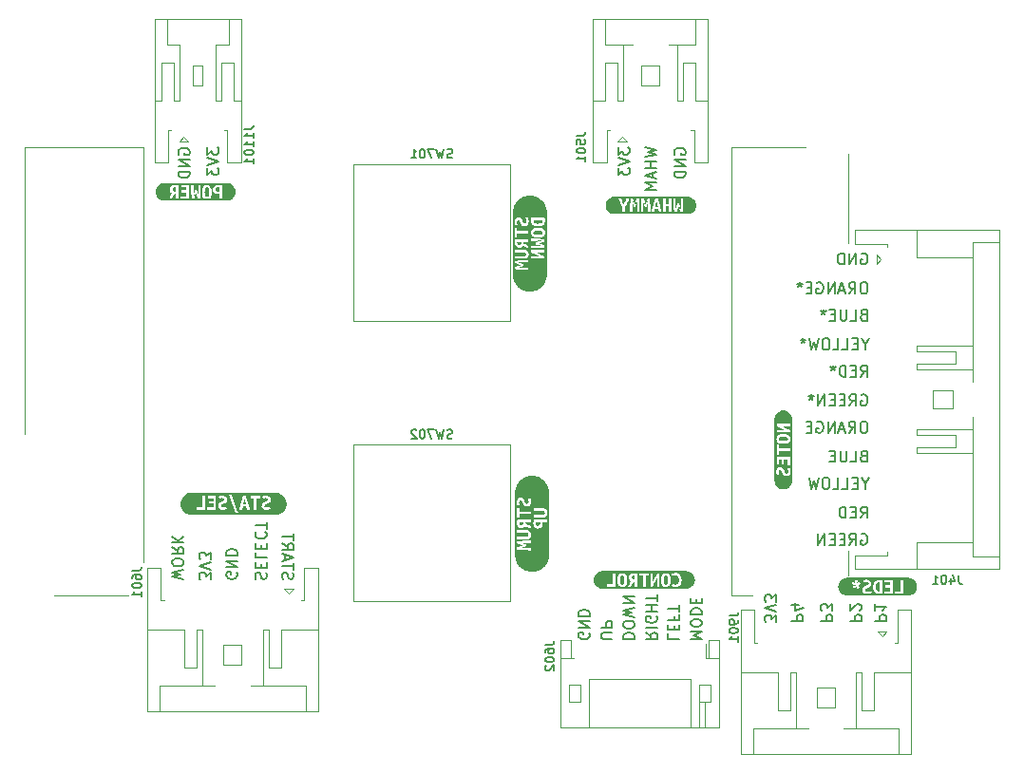
<source format=gbr>
%TF.GenerationSoftware,KiCad,Pcbnew,8.0.4-8.0.4-0~ubuntu22.04.1*%
%TF.CreationDate,2024-08-26T11:26:39-03:00*%
%TF.ProjectId,Antares-Transmitter,416e7461-7265-4732-9d54-72616e736d69,1.0.2*%
%TF.SameCoordinates,Original*%
%TF.FileFunction,Legend,Bot*%
%TF.FilePolarity,Positive*%
%FSLAX46Y46*%
G04 Gerber Fmt 4.6, Leading zero omitted, Abs format (unit mm)*
G04 Created by KiCad (PCBNEW 8.0.4-8.0.4-0~ubuntu22.04.1) date 2024-08-26 11:26:39*
%MOMM*%
%LPD*%
G01*
G04 APERTURE LIST*
%ADD10C,0.100000*%
%ADD11C,0.150000*%
%ADD12C,0.120000*%
%ADD13C,0.000000*%
G04 APERTURE END LIST*
D10*
X164400000Y-107600000D02*
X164400000Y-99600000D01*
X101600000Y-136000000D02*
X101600000Y-99000000D01*
X101600000Y-99000000D02*
X91000000Y-99000000D01*
X164400000Y-137200000D02*
X164400000Y-135000000D01*
X154000000Y-99000000D02*
X154000000Y-139000000D01*
X91000000Y-99000000D02*
X91000000Y-124600000D01*
X154000000Y-139000000D02*
X155800000Y-139000000D01*
X93600000Y-139000000D02*
X100200000Y-139000000D01*
X160600000Y-99000000D02*
X154000000Y-99000000D01*
D11*
X111577800Y-137510839D02*
X111530180Y-137367982D01*
X111530180Y-137367982D02*
X111530180Y-137129887D01*
X111530180Y-137129887D02*
X111577800Y-137034649D01*
X111577800Y-137034649D02*
X111625419Y-136987030D01*
X111625419Y-136987030D02*
X111720657Y-136939411D01*
X111720657Y-136939411D02*
X111815895Y-136939411D01*
X111815895Y-136939411D02*
X111911133Y-136987030D01*
X111911133Y-136987030D02*
X111958752Y-137034649D01*
X111958752Y-137034649D02*
X112006371Y-137129887D01*
X112006371Y-137129887D02*
X112053990Y-137320363D01*
X112053990Y-137320363D02*
X112101609Y-137415601D01*
X112101609Y-137415601D02*
X112149228Y-137463220D01*
X112149228Y-137463220D02*
X112244466Y-137510839D01*
X112244466Y-137510839D02*
X112339704Y-137510839D01*
X112339704Y-137510839D02*
X112434942Y-137463220D01*
X112434942Y-137463220D02*
X112482561Y-137415601D01*
X112482561Y-137415601D02*
X112530180Y-137320363D01*
X112530180Y-137320363D02*
X112530180Y-137082268D01*
X112530180Y-137082268D02*
X112482561Y-136939411D01*
X112053990Y-136510839D02*
X112053990Y-136177506D01*
X111530180Y-136034649D02*
X111530180Y-136510839D01*
X111530180Y-136510839D02*
X112530180Y-136510839D01*
X112530180Y-136510839D02*
X112530180Y-136034649D01*
X111530180Y-135129887D02*
X111530180Y-135606077D01*
X111530180Y-135606077D02*
X112530180Y-135606077D01*
X112053990Y-134796553D02*
X112053990Y-134463220D01*
X111530180Y-134320363D02*
X111530180Y-134796553D01*
X111530180Y-134796553D02*
X112530180Y-134796553D01*
X112530180Y-134796553D02*
X112530180Y-134320363D01*
X111625419Y-133320363D02*
X111577800Y-133367982D01*
X111577800Y-133367982D02*
X111530180Y-133510839D01*
X111530180Y-133510839D02*
X111530180Y-133606077D01*
X111530180Y-133606077D02*
X111577800Y-133748934D01*
X111577800Y-133748934D02*
X111673038Y-133844172D01*
X111673038Y-133844172D02*
X111768276Y-133891791D01*
X111768276Y-133891791D02*
X111958752Y-133939410D01*
X111958752Y-133939410D02*
X112101609Y-133939410D01*
X112101609Y-133939410D02*
X112292085Y-133891791D01*
X112292085Y-133891791D02*
X112387323Y-133844172D01*
X112387323Y-133844172D02*
X112482561Y-133748934D01*
X112482561Y-133748934D02*
X112530180Y-133606077D01*
X112530180Y-133606077D02*
X112530180Y-133510839D01*
X112530180Y-133510839D02*
X112482561Y-133367982D01*
X112482561Y-133367982D02*
X112434942Y-133320363D01*
X112530180Y-133034648D02*
X112530180Y-132463220D01*
X111530180Y-132748934D02*
X112530180Y-132748934D01*
X146330180Y-142291792D02*
X146806371Y-142625125D01*
X146330180Y-142863220D02*
X147330180Y-142863220D01*
X147330180Y-142863220D02*
X147330180Y-142482268D01*
X147330180Y-142482268D02*
X147282561Y-142387030D01*
X147282561Y-142387030D02*
X147234942Y-142339411D01*
X147234942Y-142339411D02*
X147139704Y-142291792D01*
X147139704Y-142291792D02*
X146996847Y-142291792D01*
X146996847Y-142291792D02*
X146901609Y-142339411D01*
X146901609Y-142339411D02*
X146853990Y-142387030D01*
X146853990Y-142387030D02*
X146806371Y-142482268D01*
X146806371Y-142482268D02*
X146806371Y-142863220D01*
X146330180Y-141863220D02*
X147330180Y-141863220D01*
X147282561Y-140863221D02*
X147330180Y-140958459D01*
X147330180Y-140958459D02*
X147330180Y-141101316D01*
X147330180Y-141101316D02*
X147282561Y-141244173D01*
X147282561Y-141244173D02*
X147187323Y-141339411D01*
X147187323Y-141339411D02*
X147092085Y-141387030D01*
X147092085Y-141387030D02*
X146901609Y-141434649D01*
X146901609Y-141434649D02*
X146758752Y-141434649D01*
X146758752Y-141434649D02*
X146568276Y-141387030D01*
X146568276Y-141387030D02*
X146473038Y-141339411D01*
X146473038Y-141339411D02*
X146377800Y-141244173D01*
X146377800Y-141244173D02*
X146330180Y-141101316D01*
X146330180Y-141101316D02*
X146330180Y-141006078D01*
X146330180Y-141006078D02*
X146377800Y-140863221D01*
X146377800Y-140863221D02*
X146425419Y-140815602D01*
X146425419Y-140815602D02*
X146758752Y-140815602D01*
X146758752Y-140815602D02*
X146758752Y-141006078D01*
X146330180Y-140387030D02*
X147330180Y-140387030D01*
X146853990Y-140387030D02*
X146853990Y-139815602D01*
X146330180Y-139815602D02*
X147330180Y-139815602D01*
X147330180Y-139482268D02*
X147330180Y-138910840D01*
X146330180Y-139196554D02*
X147330180Y-139196554D01*
X144330180Y-142863220D02*
X145330180Y-142863220D01*
X145330180Y-142863220D02*
X145330180Y-142625125D01*
X145330180Y-142625125D02*
X145282561Y-142482268D01*
X145282561Y-142482268D02*
X145187323Y-142387030D01*
X145187323Y-142387030D02*
X145092085Y-142339411D01*
X145092085Y-142339411D02*
X144901609Y-142291792D01*
X144901609Y-142291792D02*
X144758752Y-142291792D01*
X144758752Y-142291792D02*
X144568276Y-142339411D01*
X144568276Y-142339411D02*
X144473038Y-142387030D01*
X144473038Y-142387030D02*
X144377800Y-142482268D01*
X144377800Y-142482268D02*
X144330180Y-142625125D01*
X144330180Y-142625125D02*
X144330180Y-142863220D01*
X145330180Y-141672744D02*
X145330180Y-141482268D01*
X145330180Y-141482268D02*
X145282561Y-141387030D01*
X145282561Y-141387030D02*
X145187323Y-141291792D01*
X145187323Y-141291792D02*
X144996847Y-141244173D01*
X144996847Y-141244173D02*
X144663514Y-141244173D01*
X144663514Y-141244173D02*
X144473038Y-141291792D01*
X144473038Y-141291792D02*
X144377800Y-141387030D01*
X144377800Y-141387030D02*
X144330180Y-141482268D01*
X144330180Y-141482268D02*
X144330180Y-141672744D01*
X144330180Y-141672744D02*
X144377800Y-141767982D01*
X144377800Y-141767982D02*
X144473038Y-141863220D01*
X144473038Y-141863220D02*
X144663514Y-141910839D01*
X144663514Y-141910839D02*
X144996847Y-141910839D01*
X144996847Y-141910839D02*
X145187323Y-141863220D01*
X145187323Y-141863220D02*
X145282561Y-141767982D01*
X145282561Y-141767982D02*
X145330180Y-141672744D01*
X145330180Y-140910839D02*
X144330180Y-140672744D01*
X144330180Y-140672744D02*
X145044466Y-140482268D01*
X145044466Y-140482268D02*
X144330180Y-140291792D01*
X144330180Y-140291792D02*
X145330180Y-140053697D01*
X144330180Y-139672744D02*
X145330180Y-139672744D01*
X145330180Y-139672744D02*
X144330180Y-139101316D01*
X144330180Y-139101316D02*
X145330180Y-139101316D01*
X165729887Y-113946009D02*
X165587030Y-113993628D01*
X165587030Y-113993628D02*
X165539411Y-114041247D01*
X165539411Y-114041247D02*
X165491792Y-114136485D01*
X165491792Y-114136485D02*
X165491792Y-114279342D01*
X165491792Y-114279342D02*
X165539411Y-114374580D01*
X165539411Y-114374580D02*
X165587030Y-114422200D01*
X165587030Y-114422200D02*
X165682268Y-114469819D01*
X165682268Y-114469819D02*
X166063220Y-114469819D01*
X166063220Y-114469819D02*
X166063220Y-113469819D01*
X166063220Y-113469819D02*
X165729887Y-113469819D01*
X165729887Y-113469819D02*
X165634649Y-113517438D01*
X165634649Y-113517438D02*
X165587030Y-113565057D01*
X165587030Y-113565057D02*
X165539411Y-113660295D01*
X165539411Y-113660295D02*
X165539411Y-113755533D01*
X165539411Y-113755533D02*
X165587030Y-113850771D01*
X165587030Y-113850771D02*
X165634649Y-113898390D01*
X165634649Y-113898390D02*
X165729887Y-113946009D01*
X165729887Y-113946009D02*
X166063220Y-113946009D01*
X164587030Y-114469819D02*
X165063220Y-114469819D01*
X165063220Y-114469819D02*
X165063220Y-113469819D01*
X164253696Y-113469819D02*
X164253696Y-114279342D01*
X164253696Y-114279342D02*
X164206077Y-114374580D01*
X164206077Y-114374580D02*
X164158458Y-114422200D01*
X164158458Y-114422200D02*
X164063220Y-114469819D01*
X164063220Y-114469819D02*
X163872744Y-114469819D01*
X163872744Y-114469819D02*
X163777506Y-114422200D01*
X163777506Y-114422200D02*
X163729887Y-114374580D01*
X163729887Y-114374580D02*
X163682268Y-114279342D01*
X163682268Y-114279342D02*
X163682268Y-113469819D01*
X163206077Y-113946009D02*
X162872744Y-113946009D01*
X162729887Y-114469819D02*
X163206077Y-114469819D01*
X163206077Y-114469819D02*
X163206077Y-113469819D01*
X163206077Y-113469819D02*
X162729887Y-113469819D01*
X162158458Y-113469819D02*
X162158458Y-113707914D01*
X162396553Y-113612676D02*
X162158458Y-113707914D01*
X162158458Y-113707914D02*
X161920363Y-113612676D01*
X162301315Y-113898390D02*
X162158458Y-113707914D01*
X162158458Y-113707914D02*
X162015601Y-113898390D01*
X107530180Y-137558458D02*
X107530180Y-136939411D01*
X107530180Y-136939411D02*
X107149228Y-137272744D01*
X107149228Y-137272744D02*
X107149228Y-137129887D01*
X107149228Y-137129887D02*
X107101609Y-137034649D01*
X107101609Y-137034649D02*
X107053990Y-136987030D01*
X107053990Y-136987030D02*
X106958752Y-136939411D01*
X106958752Y-136939411D02*
X106720657Y-136939411D01*
X106720657Y-136939411D02*
X106625419Y-136987030D01*
X106625419Y-136987030D02*
X106577800Y-137034649D01*
X106577800Y-137034649D02*
X106530180Y-137129887D01*
X106530180Y-137129887D02*
X106530180Y-137415601D01*
X106530180Y-137415601D02*
X106577800Y-137510839D01*
X106577800Y-137510839D02*
X106625419Y-137558458D01*
X107530180Y-136653696D02*
X106530180Y-136320363D01*
X106530180Y-136320363D02*
X107530180Y-135987030D01*
X107530180Y-135748934D02*
X107530180Y-135129887D01*
X107530180Y-135129887D02*
X107149228Y-135463220D01*
X107149228Y-135463220D02*
X107149228Y-135320363D01*
X107149228Y-135320363D02*
X107101609Y-135225125D01*
X107101609Y-135225125D02*
X107053990Y-135177506D01*
X107053990Y-135177506D02*
X106958752Y-135129887D01*
X106958752Y-135129887D02*
X106720657Y-135129887D01*
X106720657Y-135129887D02*
X106625419Y-135177506D01*
X106625419Y-135177506D02*
X106577800Y-135225125D01*
X106577800Y-135225125D02*
X106530180Y-135320363D01*
X106530180Y-135320363D02*
X106530180Y-135606077D01*
X106530180Y-135606077D02*
X106577800Y-135701315D01*
X106577800Y-135701315D02*
X106625419Y-135748934D01*
X105130180Y-137558458D02*
X104130180Y-137320363D01*
X104130180Y-137320363D02*
X104844466Y-137129887D01*
X104844466Y-137129887D02*
X104130180Y-136939411D01*
X104130180Y-136939411D02*
X105130180Y-136701316D01*
X105130180Y-136129887D02*
X105130180Y-135939411D01*
X105130180Y-135939411D02*
X105082561Y-135844173D01*
X105082561Y-135844173D02*
X104987323Y-135748935D01*
X104987323Y-135748935D02*
X104796847Y-135701316D01*
X104796847Y-135701316D02*
X104463514Y-135701316D01*
X104463514Y-135701316D02*
X104273038Y-135748935D01*
X104273038Y-135748935D02*
X104177800Y-135844173D01*
X104177800Y-135844173D02*
X104130180Y-135939411D01*
X104130180Y-135939411D02*
X104130180Y-136129887D01*
X104130180Y-136129887D02*
X104177800Y-136225125D01*
X104177800Y-136225125D02*
X104273038Y-136320363D01*
X104273038Y-136320363D02*
X104463514Y-136367982D01*
X104463514Y-136367982D02*
X104796847Y-136367982D01*
X104796847Y-136367982D02*
X104987323Y-136320363D01*
X104987323Y-136320363D02*
X105082561Y-136225125D01*
X105082561Y-136225125D02*
X105130180Y-136129887D01*
X104130180Y-134701316D02*
X104606371Y-135034649D01*
X104130180Y-135272744D02*
X105130180Y-135272744D01*
X105130180Y-135272744D02*
X105130180Y-134891792D01*
X105130180Y-134891792D02*
X105082561Y-134796554D01*
X105082561Y-134796554D02*
X105034942Y-134748935D01*
X105034942Y-134748935D02*
X104939704Y-134701316D01*
X104939704Y-134701316D02*
X104796847Y-134701316D01*
X104796847Y-134701316D02*
X104701609Y-134748935D01*
X104701609Y-134748935D02*
X104653990Y-134796554D01*
X104653990Y-134796554D02*
X104606371Y-134891792D01*
X104606371Y-134891792D02*
X104606371Y-135272744D01*
X104130180Y-134272744D02*
X105130180Y-134272744D01*
X104130180Y-133701316D02*
X104701609Y-134129887D01*
X105130180Y-133701316D02*
X104558752Y-134272744D01*
X165539411Y-121117438D02*
X165634649Y-121069819D01*
X165634649Y-121069819D02*
X165777506Y-121069819D01*
X165777506Y-121069819D02*
X165920363Y-121117438D01*
X165920363Y-121117438D02*
X166015601Y-121212676D01*
X166015601Y-121212676D02*
X166063220Y-121307914D01*
X166063220Y-121307914D02*
X166110839Y-121498390D01*
X166110839Y-121498390D02*
X166110839Y-121641247D01*
X166110839Y-121641247D02*
X166063220Y-121831723D01*
X166063220Y-121831723D02*
X166015601Y-121926961D01*
X166015601Y-121926961D02*
X165920363Y-122022200D01*
X165920363Y-122022200D02*
X165777506Y-122069819D01*
X165777506Y-122069819D02*
X165682268Y-122069819D01*
X165682268Y-122069819D02*
X165539411Y-122022200D01*
X165539411Y-122022200D02*
X165491792Y-121974580D01*
X165491792Y-121974580D02*
X165491792Y-121641247D01*
X165491792Y-121641247D02*
X165682268Y-121641247D01*
X164491792Y-122069819D02*
X164825125Y-121593628D01*
X165063220Y-122069819D02*
X165063220Y-121069819D01*
X165063220Y-121069819D02*
X164682268Y-121069819D01*
X164682268Y-121069819D02*
X164587030Y-121117438D01*
X164587030Y-121117438D02*
X164539411Y-121165057D01*
X164539411Y-121165057D02*
X164491792Y-121260295D01*
X164491792Y-121260295D02*
X164491792Y-121403152D01*
X164491792Y-121403152D02*
X164539411Y-121498390D01*
X164539411Y-121498390D02*
X164587030Y-121546009D01*
X164587030Y-121546009D02*
X164682268Y-121593628D01*
X164682268Y-121593628D02*
X165063220Y-121593628D01*
X164063220Y-121546009D02*
X163729887Y-121546009D01*
X163587030Y-122069819D02*
X164063220Y-122069819D01*
X164063220Y-122069819D02*
X164063220Y-121069819D01*
X164063220Y-121069819D02*
X163587030Y-121069819D01*
X163158458Y-121546009D02*
X162825125Y-121546009D01*
X162682268Y-122069819D02*
X163158458Y-122069819D01*
X163158458Y-122069819D02*
X163158458Y-121069819D01*
X163158458Y-121069819D02*
X162682268Y-121069819D01*
X162253696Y-122069819D02*
X162253696Y-121069819D01*
X162253696Y-121069819D02*
X161682268Y-122069819D01*
X161682268Y-122069819D02*
X161682268Y-121069819D01*
X161063220Y-121069819D02*
X161063220Y-121307914D01*
X161301315Y-121212676D02*
X161063220Y-121307914D01*
X161063220Y-121307914D02*
X160825125Y-121212676D01*
X161206077Y-121498390D02*
X161063220Y-121307914D01*
X161063220Y-121307914D02*
X160920363Y-121498390D01*
X165539411Y-108517438D02*
X165634649Y-108469819D01*
X165634649Y-108469819D02*
X165777506Y-108469819D01*
X165777506Y-108469819D02*
X165920363Y-108517438D01*
X165920363Y-108517438D02*
X166015601Y-108612676D01*
X166015601Y-108612676D02*
X166063220Y-108707914D01*
X166063220Y-108707914D02*
X166110839Y-108898390D01*
X166110839Y-108898390D02*
X166110839Y-109041247D01*
X166110839Y-109041247D02*
X166063220Y-109231723D01*
X166063220Y-109231723D02*
X166015601Y-109326961D01*
X166015601Y-109326961D02*
X165920363Y-109422200D01*
X165920363Y-109422200D02*
X165777506Y-109469819D01*
X165777506Y-109469819D02*
X165682268Y-109469819D01*
X165682268Y-109469819D02*
X165539411Y-109422200D01*
X165539411Y-109422200D02*
X165491792Y-109374580D01*
X165491792Y-109374580D02*
X165491792Y-109041247D01*
X165491792Y-109041247D02*
X165682268Y-109041247D01*
X165063220Y-109469819D02*
X165063220Y-108469819D01*
X165063220Y-108469819D02*
X164491792Y-109469819D01*
X164491792Y-109469819D02*
X164491792Y-108469819D01*
X164015601Y-109469819D02*
X164015601Y-108469819D01*
X164015601Y-108469819D02*
X163777506Y-108469819D01*
X163777506Y-108469819D02*
X163634649Y-108517438D01*
X163634649Y-108517438D02*
X163539411Y-108612676D01*
X163539411Y-108612676D02*
X163491792Y-108707914D01*
X163491792Y-108707914D02*
X163444173Y-108898390D01*
X163444173Y-108898390D02*
X163444173Y-109041247D01*
X163444173Y-109041247D02*
X163491792Y-109231723D01*
X163491792Y-109231723D02*
X163539411Y-109326961D01*
X163539411Y-109326961D02*
X163634649Y-109422200D01*
X163634649Y-109422200D02*
X163777506Y-109469819D01*
X163777506Y-109469819D02*
X164015601Y-109469819D01*
X148330180Y-142387030D02*
X148330180Y-142863220D01*
X148330180Y-142863220D02*
X149330180Y-142863220D01*
X148853990Y-142053696D02*
X148853990Y-141720363D01*
X148330180Y-141577506D02*
X148330180Y-142053696D01*
X148330180Y-142053696D02*
X149330180Y-142053696D01*
X149330180Y-142053696D02*
X149330180Y-141577506D01*
X148853990Y-140815601D02*
X148853990Y-141148934D01*
X148330180Y-141148934D02*
X149330180Y-141148934D01*
X149330180Y-141148934D02*
X149330180Y-140672744D01*
X149330180Y-140434648D02*
X149330180Y-139863220D01*
X148330180Y-140148934D02*
X149330180Y-140148934D01*
X113977800Y-137510839D02*
X113930180Y-137367982D01*
X113930180Y-137367982D02*
X113930180Y-137129887D01*
X113930180Y-137129887D02*
X113977800Y-137034649D01*
X113977800Y-137034649D02*
X114025419Y-136987030D01*
X114025419Y-136987030D02*
X114120657Y-136939411D01*
X114120657Y-136939411D02*
X114215895Y-136939411D01*
X114215895Y-136939411D02*
X114311133Y-136987030D01*
X114311133Y-136987030D02*
X114358752Y-137034649D01*
X114358752Y-137034649D02*
X114406371Y-137129887D01*
X114406371Y-137129887D02*
X114453990Y-137320363D01*
X114453990Y-137320363D02*
X114501609Y-137415601D01*
X114501609Y-137415601D02*
X114549228Y-137463220D01*
X114549228Y-137463220D02*
X114644466Y-137510839D01*
X114644466Y-137510839D02*
X114739704Y-137510839D01*
X114739704Y-137510839D02*
X114834942Y-137463220D01*
X114834942Y-137463220D02*
X114882561Y-137415601D01*
X114882561Y-137415601D02*
X114930180Y-137320363D01*
X114930180Y-137320363D02*
X114930180Y-137082268D01*
X114930180Y-137082268D02*
X114882561Y-136939411D01*
X114930180Y-136653696D02*
X114930180Y-136082268D01*
X113930180Y-136367982D02*
X114930180Y-136367982D01*
X114215895Y-135796553D02*
X114215895Y-135320363D01*
X113930180Y-135891791D02*
X114930180Y-135558458D01*
X114930180Y-135558458D02*
X113930180Y-135225125D01*
X113930180Y-134320363D02*
X114406371Y-134653696D01*
X113930180Y-134891791D02*
X114930180Y-134891791D01*
X114930180Y-134891791D02*
X114930180Y-134510839D01*
X114930180Y-134510839D02*
X114882561Y-134415601D01*
X114882561Y-134415601D02*
X114834942Y-134367982D01*
X114834942Y-134367982D02*
X114739704Y-134320363D01*
X114739704Y-134320363D02*
X114596847Y-134320363D01*
X114596847Y-134320363D02*
X114501609Y-134367982D01*
X114501609Y-134367982D02*
X114453990Y-134415601D01*
X114453990Y-134415601D02*
X114406371Y-134510839D01*
X114406371Y-134510839D02*
X114406371Y-134891791D01*
X114930180Y-134034648D02*
X114930180Y-133463220D01*
X113930180Y-133748934D02*
X114930180Y-133748934D01*
X164530180Y-141263220D02*
X165530180Y-141263220D01*
X165530180Y-141263220D02*
X165530180Y-140882268D01*
X165530180Y-140882268D02*
X165482561Y-140787030D01*
X165482561Y-140787030D02*
X165434942Y-140739411D01*
X165434942Y-140739411D02*
X165339704Y-140691792D01*
X165339704Y-140691792D02*
X165196847Y-140691792D01*
X165196847Y-140691792D02*
X165101609Y-140739411D01*
X165101609Y-140739411D02*
X165053990Y-140787030D01*
X165053990Y-140787030D02*
X165006371Y-140882268D01*
X165006371Y-140882268D02*
X165006371Y-141263220D01*
X165434942Y-140310839D02*
X165482561Y-140263220D01*
X165482561Y-140263220D02*
X165530180Y-140167982D01*
X165530180Y-140167982D02*
X165530180Y-139929887D01*
X165530180Y-139929887D02*
X165482561Y-139834649D01*
X165482561Y-139834649D02*
X165434942Y-139787030D01*
X165434942Y-139787030D02*
X165339704Y-139739411D01*
X165339704Y-139739411D02*
X165244466Y-139739411D01*
X165244466Y-139739411D02*
X165101609Y-139787030D01*
X165101609Y-139787030D02*
X164530180Y-140358458D01*
X164530180Y-140358458D02*
X164530180Y-139739411D01*
X143330180Y-142863220D02*
X142520657Y-142863220D01*
X142520657Y-142863220D02*
X142425419Y-142815601D01*
X142425419Y-142815601D02*
X142377800Y-142767982D01*
X142377800Y-142767982D02*
X142330180Y-142672744D01*
X142330180Y-142672744D02*
X142330180Y-142482268D01*
X142330180Y-142482268D02*
X142377800Y-142387030D01*
X142377800Y-142387030D02*
X142425419Y-142339411D01*
X142425419Y-142339411D02*
X142520657Y-142291792D01*
X142520657Y-142291792D02*
X143330180Y-142291792D01*
X142330180Y-141815601D02*
X143330180Y-141815601D01*
X143330180Y-141815601D02*
X143330180Y-141434649D01*
X143330180Y-141434649D02*
X143282561Y-141339411D01*
X143282561Y-141339411D02*
X143234942Y-141291792D01*
X143234942Y-141291792D02*
X143139704Y-141244173D01*
X143139704Y-141244173D02*
X142996847Y-141244173D01*
X142996847Y-141244173D02*
X142901609Y-141291792D01*
X142901609Y-141291792D02*
X142853990Y-141339411D01*
X142853990Y-141339411D02*
X142806371Y-141434649D01*
X142806371Y-141434649D02*
X142806371Y-141815601D01*
X143869819Y-99041541D02*
X143869819Y-99660588D01*
X143869819Y-99660588D02*
X144250771Y-99327255D01*
X144250771Y-99327255D02*
X144250771Y-99470112D01*
X144250771Y-99470112D02*
X144298390Y-99565350D01*
X144298390Y-99565350D02*
X144346009Y-99612969D01*
X144346009Y-99612969D02*
X144441247Y-99660588D01*
X144441247Y-99660588D02*
X144679342Y-99660588D01*
X144679342Y-99660588D02*
X144774580Y-99612969D01*
X144774580Y-99612969D02*
X144822200Y-99565350D01*
X144822200Y-99565350D02*
X144869819Y-99470112D01*
X144869819Y-99470112D02*
X144869819Y-99184398D01*
X144869819Y-99184398D02*
X144822200Y-99089160D01*
X144822200Y-99089160D02*
X144774580Y-99041541D01*
X143869819Y-99946303D02*
X144869819Y-100279636D01*
X144869819Y-100279636D02*
X143869819Y-100612969D01*
X143869819Y-100851065D02*
X143869819Y-101470112D01*
X143869819Y-101470112D02*
X144250771Y-101136779D01*
X144250771Y-101136779D02*
X144250771Y-101279636D01*
X144250771Y-101279636D02*
X144298390Y-101374874D01*
X144298390Y-101374874D02*
X144346009Y-101422493D01*
X144346009Y-101422493D02*
X144441247Y-101470112D01*
X144441247Y-101470112D02*
X144679342Y-101470112D01*
X144679342Y-101470112D02*
X144774580Y-101422493D01*
X144774580Y-101422493D02*
X144822200Y-101374874D01*
X144822200Y-101374874D02*
X144869819Y-101279636D01*
X144869819Y-101279636D02*
X144869819Y-100993922D01*
X144869819Y-100993922D02*
X144822200Y-100898684D01*
X144822200Y-100898684D02*
X144774580Y-100851065D01*
X104717438Y-99660588D02*
X104669819Y-99565350D01*
X104669819Y-99565350D02*
X104669819Y-99422493D01*
X104669819Y-99422493D02*
X104717438Y-99279636D01*
X104717438Y-99279636D02*
X104812676Y-99184398D01*
X104812676Y-99184398D02*
X104907914Y-99136779D01*
X104907914Y-99136779D02*
X105098390Y-99089160D01*
X105098390Y-99089160D02*
X105241247Y-99089160D01*
X105241247Y-99089160D02*
X105431723Y-99136779D01*
X105431723Y-99136779D02*
X105526961Y-99184398D01*
X105526961Y-99184398D02*
X105622200Y-99279636D01*
X105622200Y-99279636D02*
X105669819Y-99422493D01*
X105669819Y-99422493D02*
X105669819Y-99517731D01*
X105669819Y-99517731D02*
X105622200Y-99660588D01*
X105622200Y-99660588D02*
X105574580Y-99708207D01*
X105574580Y-99708207D02*
X105241247Y-99708207D01*
X105241247Y-99708207D02*
X105241247Y-99517731D01*
X105669819Y-100136779D02*
X104669819Y-100136779D01*
X104669819Y-100136779D02*
X105669819Y-100708207D01*
X105669819Y-100708207D02*
X104669819Y-100708207D01*
X105669819Y-101184398D02*
X104669819Y-101184398D01*
X104669819Y-101184398D02*
X104669819Y-101422493D01*
X104669819Y-101422493D02*
X104717438Y-101565350D01*
X104717438Y-101565350D02*
X104812676Y-101660588D01*
X104812676Y-101660588D02*
X104907914Y-101708207D01*
X104907914Y-101708207D02*
X105098390Y-101755826D01*
X105098390Y-101755826D02*
X105241247Y-101755826D01*
X105241247Y-101755826D02*
X105431723Y-101708207D01*
X105431723Y-101708207D02*
X105526961Y-101660588D01*
X105526961Y-101660588D02*
X105622200Y-101565350D01*
X105622200Y-101565350D02*
X105669819Y-101422493D01*
X105669819Y-101422493D02*
X105669819Y-101184398D01*
X165491792Y-119469819D02*
X165825125Y-118993628D01*
X166063220Y-119469819D02*
X166063220Y-118469819D01*
X166063220Y-118469819D02*
X165682268Y-118469819D01*
X165682268Y-118469819D02*
X165587030Y-118517438D01*
X165587030Y-118517438D02*
X165539411Y-118565057D01*
X165539411Y-118565057D02*
X165491792Y-118660295D01*
X165491792Y-118660295D02*
X165491792Y-118803152D01*
X165491792Y-118803152D02*
X165539411Y-118898390D01*
X165539411Y-118898390D02*
X165587030Y-118946009D01*
X165587030Y-118946009D02*
X165682268Y-118993628D01*
X165682268Y-118993628D02*
X166063220Y-118993628D01*
X165063220Y-118946009D02*
X164729887Y-118946009D01*
X164587030Y-119469819D02*
X165063220Y-119469819D01*
X165063220Y-119469819D02*
X165063220Y-118469819D01*
X165063220Y-118469819D02*
X164587030Y-118469819D01*
X164158458Y-119469819D02*
X164158458Y-118469819D01*
X164158458Y-118469819D02*
X163920363Y-118469819D01*
X163920363Y-118469819D02*
X163777506Y-118517438D01*
X163777506Y-118517438D02*
X163682268Y-118612676D01*
X163682268Y-118612676D02*
X163634649Y-118707914D01*
X163634649Y-118707914D02*
X163587030Y-118898390D01*
X163587030Y-118898390D02*
X163587030Y-119041247D01*
X163587030Y-119041247D02*
X163634649Y-119231723D01*
X163634649Y-119231723D02*
X163682268Y-119326961D01*
X163682268Y-119326961D02*
X163777506Y-119422200D01*
X163777506Y-119422200D02*
X163920363Y-119469819D01*
X163920363Y-119469819D02*
X164158458Y-119469819D01*
X163015601Y-118469819D02*
X163015601Y-118707914D01*
X163253696Y-118612676D02*
X163015601Y-118707914D01*
X163015601Y-118707914D02*
X162777506Y-118612676D01*
X163158458Y-118898390D02*
X163015601Y-118707914D01*
X163015601Y-118707914D02*
X162872744Y-118898390D01*
X165872744Y-111069819D02*
X165682268Y-111069819D01*
X165682268Y-111069819D02*
X165587030Y-111117438D01*
X165587030Y-111117438D02*
X165491792Y-111212676D01*
X165491792Y-111212676D02*
X165444173Y-111403152D01*
X165444173Y-111403152D02*
X165444173Y-111736485D01*
X165444173Y-111736485D02*
X165491792Y-111926961D01*
X165491792Y-111926961D02*
X165587030Y-112022200D01*
X165587030Y-112022200D02*
X165682268Y-112069819D01*
X165682268Y-112069819D02*
X165872744Y-112069819D01*
X165872744Y-112069819D02*
X165967982Y-112022200D01*
X165967982Y-112022200D02*
X166063220Y-111926961D01*
X166063220Y-111926961D02*
X166110839Y-111736485D01*
X166110839Y-111736485D02*
X166110839Y-111403152D01*
X166110839Y-111403152D02*
X166063220Y-111212676D01*
X166063220Y-111212676D02*
X165967982Y-111117438D01*
X165967982Y-111117438D02*
X165872744Y-111069819D01*
X164444173Y-112069819D02*
X164777506Y-111593628D01*
X165015601Y-112069819D02*
X165015601Y-111069819D01*
X165015601Y-111069819D02*
X164634649Y-111069819D01*
X164634649Y-111069819D02*
X164539411Y-111117438D01*
X164539411Y-111117438D02*
X164491792Y-111165057D01*
X164491792Y-111165057D02*
X164444173Y-111260295D01*
X164444173Y-111260295D02*
X164444173Y-111403152D01*
X164444173Y-111403152D02*
X164491792Y-111498390D01*
X164491792Y-111498390D02*
X164539411Y-111546009D01*
X164539411Y-111546009D02*
X164634649Y-111593628D01*
X164634649Y-111593628D02*
X165015601Y-111593628D01*
X164063220Y-111784104D02*
X163587030Y-111784104D01*
X164158458Y-112069819D02*
X163825125Y-111069819D01*
X163825125Y-111069819D02*
X163491792Y-112069819D01*
X163158458Y-112069819D02*
X163158458Y-111069819D01*
X163158458Y-111069819D02*
X162587030Y-112069819D01*
X162587030Y-112069819D02*
X162587030Y-111069819D01*
X161587030Y-111117438D02*
X161682268Y-111069819D01*
X161682268Y-111069819D02*
X161825125Y-111069819D01*
X161825125Y-111069819D02*
X161967982Y-111117438D01*
X161967982Y-111117438D02*
X162063220Y-111212676D01*
X162063220Y-111212676D02*
X162110839Y-111307914D01*
X162110839Y-111307914D02*
X162158458Y-111498390D01*
X162158458Y-111498390D02*
X162158458Y-111641247D01*
X162158458Y-111641247D02*
X162110839Y-111831723D01*
X162110839Y-111831723D02*
X162063220Y-111926961D01*
X162063220Y-111926961D02*
X161967982Y-112022200D01*
X161967982Y-112022200D02*
X161825125Y-112069819D01*
X161825125Y-112069819D02*
X161729887Y-112069819D01*
X161729887Y-112069819D02*
X161587030Y-112022200D01*
X161587030Y-112022200D02*
X161539411Y-111974580D01*
X161539411Y-111974580D02*
X161539411Y-111641247D01*
X161539411Y-111641247D02*
X161729887Y-111641247D01*
X161110839Y-111546009D02*
X160777506Y-111546009D01*
X160634649Y-112069819D02*
X161110839Y-112069819D01*
X161110839Y-112069819D02*
X161110839Y-111069819D01*
X161110839Y-111069819D02*
X160634649Y-111069819D01*
X160063220Y-111069819D02*
X160063220Y-111307914D01*
X160301315Y-111212676D02*
X160063220Y-111307914D01*
X160063220Y-111307914D02*
X159825125Y-111212676D01*
X160206077Y-111498390D02*
X160063220Y-111307914D01*
X160063220Y-111307914D02*
X159920363Y-111498390D01*
X141282561Y-142339411D02*
X141330180Y-142434649D01*
X141330180Y-142434649D02*
X141330180Y-142577506D01*
X141330180Y-142577506D02*
X141282561Y-142720363D01*
X141282561Y-142720363D02*
X141187323Y-142815601D01*
X141187323Y-142815601D02*
X141092085Y-142863220D01*
X141092085Y-142863220D02*
X140901609Y-142910839D01*
X140901609Y-142910839D02*
X140758752Y-142910839D01*
X140758752Y-142910839D02*
X140568276Y-142863220D01*
X140568276Y-142863220D02*
X140473038Y-142815601D01*
X140473038Y-142815601D02*
X140377800Y-142720363D01*
X140377800Y-142720363D02*
X140330180Y-142577506D01*
X140330180Y-142577506D02*
X140330180Y-142482268D01*
X140330180Y-142482268D02*
X140377800Y-142339411D01*
X140377800Y-142339411D02*
X140425419Y-142291792D01*
X140425419Y-142291792D02*
X140758752Y-142291792D01*
X140758752Y-142291792D02*
X140758752Y-142482268D01*
X140330180Y-141863220D02*
X141330180Y-141863220D01*
X141330180Y-141863220D02*
X140330180Y-141291792D01*
X140330180Y-141291792D02*
X141330180Y-141291792D01*
X140330180Y-140815601D02*
X141330180Y-140815601D01*
X141330180Y-140815601D02*
X141330180Y-140577506D01*
X141330180Y-140577506D02*
X141282561Y-140434649D01*
X141282561Y-140434649D02*
X141187323Y-140339411D01*
X141187323Y-140339411D02*
X141092085Y-140291792D01*
X141092085Y-140291792D02*
X140901609Y-140244173D01*
X140901609Y-140244173D02*
X140758752Y-140244173D01*
X140758752Y-140244173D02*
X140568276Y-140291792D01*
X140568276Y-140291792D02*
X140473038Y-140339411D01*
X140473038Y-140339411D02*
X140377800Y-140434649D01*
X140377800Y-140434649D02*
X140330180Y-140577506D01*
X140330180Y-140577506D02*
X140330180Y-140815601D01*
X165872744Y-123469819D02*
X165682268Y-123469819D01*
X165682268Y-123469819D02*
X165587030Y-123517438D01*
X165587030Y-123517438D02*
X165491792Y-123612676D01*
X165491792Y-123612676D02*
X165444173Y-123803152D01*
X165444173Y-123803152D02*
X165444173Y-124136485D01*
X165444173Y-124136485D02*
X165491792Y-124326961D01*
X165491792Y-124326961D02*
X165587030Y-124422200D01*
X165587030Y-124422200D02*
X165682268Y-124469819D01*
X165682268Y-124469819D02*
X165872744Y-124469819D01*
X165872744Y-124469819D02*
X165967982Y-124422200D01*
X165967982Y-124422200D02*
X166063220Y-124326961D01*
X166063220Y-124326961D02*
X166110839Y-124136485D01*
X166110839Y-124136485D02*
X166110839Y-123803152D01*
X166110839Y-123803152D02*
X166063220Y-123612676D01*
X166063220Y-123612676D02*
X165967982Y-123517438D01*
X165967982Y-123517438D02*
X165872744Y-123469819D01*
X164444173Y-124469819D02*
X164777506Y-123993628D01*
X165015601Y-124469819D02*
X165015601Y-123469819D01*
X165015601Y-123469819D02*
X164634649Y-123469819D01*
X164634649Y-123469819D02*
X164539411Y-123517438D01*
X164539411Y-123517438D02*
X164491792Y-123565057D01*
X164491792Y-123565057D02*
X164444173Y-123660295D01*
X164444173Y-123660295D02*
X164444173Y-123803152D01*
X164444173Y-123803152D02*
X164491792Y-123898390D01*
X164491792Y-123898390D02*
X164539411Y-123946009D01*
X164539411Y-123946009D02*
X164634649Y-123993628D01*
X164634649Y-123993628D02*
X165015601Y-123993628D01*
X164063220Y-124184104D02*
X163587030Y-124184104D01*
X164158458Y-124469819D02*
X163825125Y-123469819D01*
X163825125Y-123469819D02*
X163491792Y-124469819D01*
X163158458Y-124469819D02*
X163158458Y-123469819D01*
X163158458Y-123469819D02*
X162587030Y-124469819D01*
X162587030Y-124469819D02*
X162587030Y-123469819D01*
X161587030Y-123517438D02*
X161682268Y-123469819D01*
X161682268Y-123469819D02*
X161825125Y-123469819D01*
X161825125Y-123469819D02*
X161967982Y-123517438D01*
X161967982Y-123517438D02*
X162063220Y-123612676D01*
X162063220Y-123612676D02*
X162110839Y-123707914D01*
X162110839Y-123707914D02*
X162158458Y-123898390D01*
X162158458Y-123898390D02*
X162158458Y-124041247D01*
X162158458Y-124041247D02*
X162110839Y-124231723D01*
X162110839Y-124231723D02*
X162063220Y-124326961D01*
X162063220Y-124326961D02*
X161967982Y-124422200D01*
X161967982Y-124422200D02*
X161825125Y-124469819D01*
X161825125Y-124469819D02*
X161729887Y-124469819D01*
X161729887Y-124469819D02*
X161587030Y-124422200D01*
X161587030Y-124422200D02*
X161539411Y-124374580D01*
X161539411Y-124374580D02*
X161539411Y-124041247D01*
X161539411Y-124041247D02*
X161729887Y-124041247D01*
X161110839Y-123946009D02*
X160777506Y-123946009D01*
X160634649Y-124469819D02*
X161110839Y-124469819D01*
X161110839Y-124469819D02*
X161110839Y-123469819D01*
X161110839Y-123469819D02*
X160634649Y-123469819D01*
X150330180Y-142863220D02*
X151330180Y-142863220D01*
X151330180Y-142863220D02*
X150615895Y-142529887D01*
X150615895Y-142529887D02*
X151330180Y-142196554D01*
X151330180Y-142196554D02*
X150330180Y-142196554D01*
X151330180Y-141529887D02*
X151330180Y-141339411D01*
X151330180Y-141339411D02*
X151282561Y-141244173D01*
X151282561Y-141244173D02*
X151187323Y-141148935D01*
X151187323Y-141148935D02*
X150996847Y-141101316D01*
X150996847Y-141101316D02*
X150663514Y-141101316D01*
X150663514Y-141101316D02*
X150473038Y-141148935D01*
X150473038Y-141148935D02*
X150377800Y-141244173D01*
X150377800Y-141244173D02*
X150330180Y-141339411D01*
X150330180Y-141339411D02*
X150330180Y-141529887D01*
X150330180Y-141529887D02*
X150377800Y-141625125D01*
X150377800Y-141625125D02*
X150473038Y-141720363D01*
X150473038Y-141720363D02*
X150663514Y-141767982D01*
X150663514Y-141767982D02*
X150996847Y-141767982D01*
X150996847Y-141767982D02*
X151187323Y-141720363D01*
X151187323Y-141720363D02*
X151282561Y-141625125D01*
X151282561Y-141625125D02*
X151330180Y-141529887D01*
X150330180Y-140672744D02*
X151330180Y-140672744D01*
X151330180Y-140672744D02*
X151330180Y-140434649D01*
X151330180Y-140434649D02*
X151282561Y-140291792D01*
X151282561Y-140291792D02*
X151187323Y-140196554D01*
X151187323Y-140196554D02*
X151092085Y-140148935D01*
X151092085Y-140148935D02*
X150901609Y-140101316D01*
X150901609Y-140101316D02*
X150758752Y-140101316D01*
X150758752Y-140101316D02*
X150568276Y-140148935D01*
X150568276Y-140148935D02*
X150473038Y-140196554D01*
X150473038Y-140196554D02*
X150377800Y-140291792D01*
X150377800Y-140291792D02*
X150330180Y-140434649D01*
X150330180Y-140434649D02*
X150330180Y-140672744D01*
X150853990Y-139672744D02*
X150853990Y-139339411D01*
X150330180Y-139196554D02*
X150330180Y-139672744D01*
X150330180Y-139672744D02*
X151330180Y-139672744D01*
X151330180Y-139672744D02*
X151330180Y-139196554D01*
X165729887Y-126546009D02*
X165587030Y-126593628D01*
X165587030Y-126593628D02*
X165539411Y-126641247D01*
X165539411Y-126641247D02*
X165491792Y-126736485D01*
X165491792Y-126736485D02*
X165491792Y-126879342D01*
X165491792Y-126879342D02*
X165539411Y-126974580D01*
X165539411Y-126974580D02*
X165587030Y-127022200D01*
X165587030Y-127022200D02*
X165682268Y-127069819D01*
X165682268Y-127069819D02*
X166063220Y-127069819D01*
X166063220Y-127069819D02*
X166063220Y-126069819D01*
X166063220Y-126069819D02*
X165729887Y-126069819D01*
X165729887Y-126069819D02*
X165634649Y-126117438D01*
X165634649Y-126117438D02*
X165587030Y-126165057D01*
X165587030Y-126165057D02*
X165539411Y-126260295D01*
X165539411Y-126260295D02*
X165539411Y-126355533D01*
X165539411Y-126355533D02*
X165587030Y-126450771D01*
X165587030Y-126450771D02*
X165634649Y-126498390D01*
X165634649Y-126498390D02*
X165729887Y-126546009D01*
X165729887Y-126546009D02*
X166063220Y-126546009D01*
X164587030Y-127069819D02*
X165063220Y-127069819D01*
X165063220Y-127069819D02*
X165063220Y-126069819D01*
X164253696Y-126069819D02*
X164253696Y-126879342D01*
X164253696Y-126879342D02*
X164206077Y-126974580D01*
X164206077Y-126974580D02*
X164158458Y-127022200D01*
X164158458Y-127022200D02*
X164063220Y-127069819D01*
X164063220Y-127069819D02*
X163872744Y-127069819D01*
X163872744Y-127069819D02*
X163777506Y-127022200D01*
X163777506Y-127022200D02*
X163729887Y-126974580D01*
X163729887Y-126974580D02*
X163682268Y-126879342D01*
X163682268Y-126879342D02*
X163682268Y-126069819D01*
X163206077Y-126546009D02*
X162872744Y-126546009D01*
X162729887Y-127069819D02*
X163206077Y-127069819D01*
X163206077Y-127069819D02*
X163206077Y-126069819D01*
X163206077Y-126069819D02*
X162729887Y-126069819D01*
X146269819Y-99041541D02*
X147269819Y-99279636D01*
X147269819Y-99279636D02*
X146555533Y-99470112D01*
X146555533Y-99470112D02*
X147269819Y-99660588D01*
X147269819Y-99660588D02*
X146269819Y-99898684D01*
X147269819Y-100279636D02*
X146269819Y-100279636D01*
X146746009Y-100279636D02*
X146746009Y-100851064D01*
X147269819Y-100851064D02*
X146269819Y-100851064D01*
X146984104Y-101279636D02*
X146984104Y-101755826D01*
X147269819Y-101184398D02*
X146269819Y-101517731D01*
X146269819Y-101517731D02*
X147269819Y-101851064D01*
X147269819Y-102184398D02*
X146269819Y-102184398D01*
X146269819Y-102184398D02*
X146984104Y-102517731D01*
X146984104Y-102517731D02*
X146269819Y-102851064D01*
X146269819Y-102851064D02*
X147269819Y-102851064D01*
X166730180Y-141263220D02*
X167730180Y-141263220D01*
X167730180Y-141263220D02*
X167730180Y-140882268D01*
X167730180Y-140882268D02*
X167682561Y-140787030D01*
X167682561Y-140787030D02*
X167634942Y-140739411D01*
X167634942Y-140739411D02*
X167539704Y-140691792D01*
X167539704Y-140691792D02*
X167396847Y-140691792D01*
X167396847Y-140691792D02*
X167301609Y-140739411D01*
X167301609Y-140739411D02*
X167253990Y-140787030D01*
X167253990Y-140787030D02*
X167206371Y-140882268D01*
X167206371Y-140882268D02*
X167206371Y-141263220D01*
X166730180Y-139739411D02*
X166730180Y-140310839D01*
X166730180Y-140025125D02*
X167730180Y-140025125D01*
X167730180Y-140025125D02*
X167587323Y-140120363D01*
X167587323Y-140120363D02*
X167492085Y-140215601D01*
X167492085Y-140215601D02*
X167444466Y-140310839D01*
X159330180Y-141263220D02*
X160330180Y-141263220D01*
X160330180Y-141263220D02*
X160330180Y-140882268D01*
X160330180Y-140882268D02*
X160282561Y-140787030D01*
X160282561Y-140787030D02*
X160234942Y-140739411D01*
X160234942Y-140739411D02*
X160139704Y-140691792D01*
X160139704Y-140691792D02*
X159996847Y-140691792D01*
X159996847Y-140691792D02*
X159901609Y-140739411D01*
X159901609Y-140739411D02*
X159853990Y-140787030D01*
X159853990Y-140787030D02*
X159806371Y-140882268D01*
X159806371Y-140882268D02*
X159806371Y-141263220D01*
X159996847Y-139834649D02*
X159330180Y-139834649D01*
X160377800Y-140072744D02*
X159663514Y-140310839D01*
X159663514Y-140310839D02*
X159663514Y-139691792D01*
X165491792Y-132069819D02*
X165825125Y-131593628D01*
X166063220Y-132069819D02*
X166063220Y-131069819D01*
X166063220Y-131069819D02*
X165682268Y-131069819D01*
X165682268Y-131069819D02*
X165587030Y-131117438D01*
X165587030Y-131117438D02*
X165539411Y-131165057D01*
X165539411Y-131165057D02*
X165491792Y-131260295D01*
X165491792Y-131260295D02*
X165491792Y-131403152D01*
X165491792Y-131403152D02*
X165539411Y-131498390D01*
X165539411Y-131498390D02*
X165587030Y-131546009D01*
X165587030Y-131546009D02*
X165682268Y-131593628D01*
X165682268Y-131593628D02*
X166063220Y-131593628D01*
X165063220Y-131546009D02*
X164729887Y-131546009D01*
X164587030Y-132069819D02*
X165063220Y-132069819D01*
X165063220Y-132069819D02*
X165063220Y-131069819D01*
X165063220Y-131069819D02*
X164587030Y-131069819D01*
X164158458Y-132069819D02*
X164158458Y-131069819D01*
X164158458Y-131069819D02*
X163920363Y-131069819D01*
X163920363Y-131069819D02*
X163777506Y-131117438D01*
X163777506Y-131117438D02*
X163682268Y-131212676D01*
X163682268Y-131212676D02*
X163634649Y-131307914D01*
X163634649Y-131307914D02*
X163587030Y-131498390D01*
X163587030Y-131498390D02*
X163587030Y-131641247D01*
X163587030Y-131641247D02*
X163634649Y-131831723D01*
X163634649Y-131831723D02*
X163682268Y-131926961D01*
X163682268Y-131926961D02*
X163777506Y-132022200D01*
X163777506Y-132022200D02*
X163920363Y-132069819D01*
X163920363Y-132069819D02*
X164158458Y-132069819D01*
X165872744Y-128993628D02*
X165872744Y-129469819D01*
X166206077Y-128469819D02*
X165872744Y-128993628D01*
X165872744Y-128993628D02*
X165539411Y-128469819D01*
X165206077Y-128946009D02*
X164872744Y-128946009D01*
X164729887Y-129469819D02*
X165206077Y-129469819D01*
X165206077Y-129469819D02*
X165206077Y-128469819D01*
X165206077Y-128469819D02*
X164729887Y-128469819D01*
X163825125Y-129469819D02*
X164301315Y-129469819D01*
X164301315Y-129469819D02*
X164301315Y-128469819D01*
X163015601Y-129469819D02*
X163491791Y-129469819D01*
X163491791Y-129469819D02*
X163491791Y-128469819D01*
X162491791Y-128469819D02*
X162301315Y-128469819D01*
X162301315Y-128469819D02*
X162206077Y-128517438D01*
X162206077Y-128517438D02*
X162110839Y-128612676D01*
X162110839Y-128612676D02*
X162063220Y-128803152D01*
X162063220Y-128803152D02*
X162063220Y-129136485D01*
X162063220Y-129136485D02*
X162110839Y-129326961D01*
X162110839Y-129326961D02*
X162206077Y-129422200D01*
X162206077Y-129422200D02*
X162301315Y-129469819D01*
X162301315Y-129469819D02*
X162491791Y-129469819D01*
X162491791Y-129469819D02*
X162587029Y-129422200D01*
X162587029Y-129422200D02*
X162682267Y-129326961D01*
X162682267Y-129326961D02*
X162729886Y-129136485D01*
X162729886Y-129136485D02*
X162729886Y-128803152D01*
X162729886Y-128803152D02*
X162682267Y-128612676D01*
X162682267Y-128612676D02*
X162587029Y-128517438D01*
X162587029Y-128517438D02*
X162491791Y-128469819D01*
X161729886Y-128469819D02*
X161491791Y-129469819D01*
X161491791Y-129469819D02*
X161301315Y-128755533D01*
X161301315Y-128755533D02*
X161110839Y-129469819D01*
X161110839Y-129469819D02*
X160872744Y-128469819D01*
X148917438Y-99660588D02*
X148869819Y-99565350D01*
X148869819Y-99565350D02*
X148869819Y-99422493D01*
X148869819Y-99422493D02*
X148917438Y-99279636D01*
X148917438Y-99279636D02*
X149012676Y-99184398D01*
X149012676Y-99184398D02*
X149107914Y-99136779D01*
X149107914Y-99136779D02*
X149298390Y-99089160D01*
X149298390Y-99089160D02*
X149441247Y-99089160D01*
X149441247Y-99089160D02*
X149631723Y-99136779D01*
X149631723Y-99136779D02*
X149726961Y-99184398D01*
X149726961Y-99184398D02*
X149822200Y-99279636D01*
X149822200Y-99279636D02*
X149869819Y-99422493D01*
X149869819Y-99422493D02*
X149869819Y-99517731D01*
X149869819Y-99517731D02*
X149822200Y-99660588D01*
X149822200Y-99660588D02*
X149774580Y-99708207D01*
X149774580Y-99708207D02*
X149441247Y-99708207D01*
X149441247Y-99708207D02*
X149441247Y-99517731D01*
X149869819Y-100136779D02*
X148869819Y-100136779D01*
X148869819Y-100136779D02*
X149869819Y-100708207D01*
X149869819Y-100708207D02*
X148869819Y-100708207D01*
X149869819Y-101184398D02*
X148869819Y-101184398D01*
X148869819Y-101184398D02*
X148869819Y-101422493D01*
X148869819Y-101422493D02*
X148917438Y-101565350D01*
X148917438Y-101565350D02*
X149012676Y-101660588D01*
X149012676Y-101660588D02*
X149107914Y-101708207D01*
X149107914Y-101708207D02*
X149298390Y-101755826D01*
X149298390Y-101755826D02*
X149441247Y-101755826D01*
X149441247Y-101755826D02*
X149631723Y-101708207D01*
X149631723Y-101708207D02*
X149726961Y-101660588D01*
X149726961Y-101660588D02*
X149822200Y-101565350D01*
X149822200Y-101565350D02*
X149869819Y-101422493D01*
X149869819Y-101422493D02*
X149869819Y-101184398D01*
X165539411Y-133517438D02*
X165634649Y-133469819D01*
X165634649Y-133469819D02*
X165777506Y-133469819D01*
X165777506Y-133469819D02*
X165920363Y-133517438D01*
X165920363Y-133517438D02*
X166015601Y-133612676D01*
X166015601Y-133612676D02*
X166063220Y-133707914D01*
X166063220Y-133707914D02*
X166110839Y-133898390D01*
X166110839Y-133898390D02*
X166110839Y-134041247D01*
X166110839Y-134041247D02*
X166063220Y-134231723D01*
X166063220Y-134231723D02*
X166015601Y-134326961D01*
X166015601Y-134326961D02*
X165920363Y-134422200D01*
X165920363Y-134422200D02*
X165777506Y-134469819D01*
X165777506Y-134469819D02*
X165682268Y-134469819D01*
X165682268Y-134469819D02*
X165539411Y-134422200D01*
X165539411Y-134422200D02*
X165491792Y-134374580D01*
X165491792Y-134374580D02*
X165491792Y-134041247D01*
X165491792Y-134041247D02*
X165682268Y-134041247D01*
X164491792Y-134469819D02*
X164825125Y-133993628D01*
X165063220Y-134469819D02*
X165063220Y-133469819D01*
X165063220Y-133469819D02*
X164682268Y-133469819D01*
X164682268Y-133469819D02*
X164587030Y-133517438D01*
X164587030Y-133517438D02*
X164539411Y-133565057D01*
X164539411Y-133565057D02*
X164491792Y-133660295D01*
X164491792Y-133660295D02*
X164491792Y-133803152D01*
X164491792Y-133803152D02*
X164539411Y-133898390D01*
X164539411Y-133898390D02*
X164587030Y-133946009D01*
X164587030Y-133946009D02*
X164682268Y-133993628D01*
X164682268Y-133993628D02*
X165063220Y-133993628D01*
X164063220Y-133946009D02*
X163729887Y-133946009D01*
X163587030Y-134469819D02*
X164063220Y-134469819D01*
X164063220Y-134469819D02*
X164063220Y-133469819D01*
X164063220Y-133469819D02*
X163587030Y-133469819D01*
X163158458Y-133946009D02*
X162825125Y-133946009D01*
X162682268Y-134469819D02*
X163158458Y-134469819D01*
X163158458Y-134469819D02*
X163158458Y-133469819D01*
X163158458Y-133469819D02*
X162682268Y-133469819D01*
X162253696Y-134469819D02*
X162253696Y-133469819D01*
X162253696Y-133469819D02*
X161682268Y-134469819D01*
X161682268Y-134469819D02*
X161682268Y-133469819D01*
X161930180Y-141263220D02*
X162930180Y-141263220D01*
X162930180Y-141263220D02*
X162930180Y-140882268D01*
X162930180Y-140882268D02*
X162882561Y-140787030D01*
X162882561Y-140787030D02*
X162834942Y-140739411D01*
X162834942Y-140739411D02*
X162739704Y-140691792D01*
X162739704Y-140691792D02*
X162596847Y-140691792D01*
X162596847Y-140691792D02*
X162501609Y-140739411D01*
X162501609Y-140739411D02*
X162453990Y-140787030D01*
X162453990Y-140787030D02*
X162406371Y-140882268D01*
X162406371Y-140882268D02*
X162406371Y-141263220D01*
X162930180Y-140358458D02*
X162930180Y-139739411D01*
X162930180Y-139739411D02*
X162549228Y-140072744D01*
X162549228Y-140072744D02*
X162549228Y-139929887D01*
X162549228Y-139929887D02*
X162501609Y-139834649D01*
X162501609Y-139834649D02*
X162453990Y-139787030D01*
X162453990Y-139787030D02*
X162358752Y-139739411D01*
X162358752Y-139739411D02*
X162120657Y-139739411D01*
X162120657Y-139739411D02*
X162025419Y-139787030D01*
X162025419Y-139787030D02*
X161977800Y-139834649D01*
X161977800Y-139834649D02*
X161930180Y-139929887D01*
X161930180Y-139929887D02*
X161930180Y-140215601D01*
X161930180Y-140215601D02*
X161977800Y-140310839D01*
X161977800Y-140310839D02*
X162025419Y-140358458D01*
X109882561Y-136939411D02*
X109930180Y-137034649D01*
X109930180Y-137034649D02*
X109930180Y-137177506D01*
X109930180Y-137177506D02*
X109882561Y-137320363D01*
X109882561Y-137320363D02*
X109787323Y-137415601D01*
X109787323Y-137415601D02*
X109692085Y-137463220D01*
X109692085Y-137463220D02*
X109501609Y-137510839D01*
X109501609Y-137510839D02*
X109358752Y-137510839D01*
X109358752Y-137510839D02*
X109168276Y-137463220D01*
X109168276Y-137463220D02*
X109073038Y-137415601D01*
X109073038Y-137415601D02*
X108977800Y-137320363D01*
X108977800Y-137320363D02*
X108930180Y-137177506D01*
X108930180Y-137177506D02*
X108930180Y-137082268D01*
X108930180Y-137082268D02*
X108977800Y-136939411D01*
X108977800Y-136939411D02*
X109025419Y-136891792D01*
X109025419Y-136891792D02*
X109358752Y-136891792D01*
X109358752Y-136891792D02*
X109358752Y-137082268D01*
X108930180Y-136463220D02*
X109930180Y-136463220D01*
X109930180Y-136463220D02*
X108930180Y-135891792D01*
X108930180Y-135891792D02*
X109930180Y-135891792D01*
X108930180Y-135415601D02*
X109930180Y-135415601D01*
X109930180Y-135415601D02*
X109930180Y-135177506D01*
X109930180Y-135177506D02*
X109882561Y-135034649D01*
X109882561Y-135034649D02*
X109787323Y-134939411D01*
X109787323Y-134939411D02*
X109692085Y-134891792D01*
X109692085Y-134891792D02*
X109501609Y-134844173D01*
X109501609Y-134844173D02*
X109358752Y-134844173D01*
X109358752Y-134844173D02*
X109168276Y-134891792D01*
X109168276Y-134891792D02*
X109073038Y-134939411D01*
X109073038Y-134939411D02*
X108977800Y-135034649D01*
X108977800Y-135034649D02*
X108930180Y-135177506D01*
X108930180Y-135177506D02*
X108930180Y-135415601D01*
X165872744Y-116593628D02*
X165872744Y-117069819D01*
X166206077Y-116069819D02*
X165872744Y-116593628D01*
X165872744Y-116593628D02*
X165539411Y-116069819D01*
X165206077Y-116546009D02*
X164872744Y-116546009D01*
X164729887Y-117069819D02*
X165206077Y-117069819D01*
X165206077Y-117069819D02*
X165206077Y-116069819D01*
X165206077Y-116069819D02*
X164729887Y-116069819D01*
X163825125Y-117069819D02*
X164301315Y-117069819D01*
X164301315Y-117069819D02*
X164301315Y-116069819D01*
X163015601Y-117069819D02*
X163491791Y-117069819D01*
X163491791Y-117069819D02*
X163491791Y-116069819D01*
X162491791Y-116069819D02*
X162301315Y-116069819D01*
X162301315Y-116069819D02*
X162206077Y-116117438D01*
X162206077Y-116117438D02*
X162110839Y-116212676D01*
X162110839Y-116212676D02*
X162063220Y-116403152D01*
X162063220Y-116403152D02*
X162063220Y-116736485D01*
X162063220Y-116736485D02*
X162110839Y-116926961D01*
X162110839Y-116926961D02*
X162206077Y-117022200D01*
X162206077Y-117022200D02*
X162301315Y-117069819D01*
X162301315Y-117069819D02*
X162491791Y-117069819D01*
X162491791Y-117069819D02*
X162587029Y-117022200D01*
X162587029Y-117022200D02*
X162682267Y-116926961D01*
X162682267Y-116926961D02*
X162729886Y-116736485D01*
X162729886Y-116736485D02*
X162729886Y-116403152D01*
X162729886Y-116403152D02*
X162682267Y-116212676D01*
X162682267Y-116212676D02*
X162587029Y-116117438D01*
X162587029Y-116117438D02*
X162491791Y-116069819D01*
X161729886Y-116069819D02*
X161491791Y-117069819D01*
X161491791Y-117069819D02*
X161301315Y-116355533D01*
X161301315Y-116355533D02*
X161110839Y-117069819D01*
X161110839Y-117069819D02*
X160872744Y-116069819D01*
X160348934Y-116069819D02*
X160348934Y-116307914D01*
X160587029Y-116212676D02*
X160348934Y-116307914D01*
X160348934Y-116307914D02*
X160110839Y-116212676D01*
X160491791Y-116498390D02*
X160348934Y-116307914D01*
X160348934Y-116307914D02*
X160206077Y-116498390D01*
X107269819Y-99041541D02*
X107269819Y-99660588D01*
X107269819Y-99660588D02*
X107650771Y-99327255D01*
X107650771Y-99327255D02*
X107650771Y-99470112D01*
X107650771Y-99470112D02*
X107698390Y-99565350D01*
X107698390Y-99565350D02*
X107746009Y-99612969D01*
X107746009Y-99612969D02*
X107841247Y-99660588D01*
X107841247Y-99660588D02*
X108079342Y-99660588D01*
X108079342Y-99660588D02*
X108174580Y-99612969D01*
X108174580Y-99612969D02*
X108222200Y-99565350D01*
X108222200Y-99565350D02*
X108269819Y-99470112D01*
X108269819Y-99470112D02*
X108269819Y-99184398D01*
X108269819Y-99184398D02*
X108222200Y-99089160D01*
X108222200Y-99089160D02*
X108174580Y-99041541D01*
X107269819Y-99946303D02*
X108269819Y-100279636D01*
X108269819Y-100279636D02*
X107269819Y-100612969D01*
X107269819Y-100851065D02*
X107269819Y-101470112D01*
X107269819Y-101470112D02*
X107650771Y-101136779D01*
X107650771Y-101136779D02*
X107650771Y-101279636D01*
X107650771Y-101279636D02*
X107698390Y-101374874D01*
X107698390Y-101374874D02*
X107746009Y-101422493D01*
X107746009Y-101422493D02*
X107841247Y-101470112D01*
X107841247Y-101470112D02*
X108079342Y-101470112D01*
X108079342Y-101470112D02*
X108174580Y-101422493D01*
X108174580Y-101422493D02*
X108222200Y-101374874D01*
X108222200Y-101374874D02*
X108269819Y-101279636D01*
X108269819Y-101279636D02*
X108269819Y-100993922D01*
X108269819Y-100993922D02*
X108222200Y-100898684D01*
X108222200Y-100898684D02*
X108174580Y-100851065D01*
X157930180Y-141358458D02*
X157930180Y-140739411D01*
X157930180Y-140739411D02*
X157549228Y-141072744D01*
X157549228Y-141072744D02*
X157549228Y-140929887D01*
X157549228Y-140929887D02*
X157501609Y-140834649D01*
X157501609Y-140834649D02*
X157453990Y-140787030D01*
X157453990Y-140787030D02*
X157358752Y-140739411D01*
X157358752Y-140739411D02*
X157120657Y-140739411D01*
X157120657Y-140739411D02*
X157025419Y-140787030D01*
X157025419Y-140787030D02*
X156977800Y-140834649D01*
X156977800Y-140834649D02*
X156930180Y-140929887D01*
X156930180Y-140929887D02*
X156930180Y-141215601D01*
X156930180Y-141215601D02*
X156977800Y-141310839D01*
X156977800Y-141310839D02*
X157025419Y-141358458D01*
X157930180Y-140453696D02*
X156930180Y-140120363D01*
X156930180Y-140120363D02*
X157930180Y-139787030D01*
X157930180Y-139548934D02*
X157930180Y-138929887D01*
X157930180Y-138929887D02*
X157549228Y-139263220D01*
X157549228Y-139263220D02*
X157549228Y-139120363D01*
X157549228Y-139120363D02*
X157501609Y-139025125D01*
X157501609Y-139025125D02*
X157453990Y-138977506D01*
X157453990Y-138977506D02*
X157358752Y-138929887D01*
X157358752Y-138929887D02*
X157120657Y-138929887D01*
X157120657Y-138929887D02*
X157025419Y-138977506D01*
X157025419Y-138977506D02*
X156977800Y-139025125D01*
X156977800Y-139025125D02*
X156930180Y-139120363D01*
X156930180Y-139120363D02*
X156930180Y-139406077D01*
X156930180Y-139406077D02*
X156977800Y-139501315D01*
X156977800Y-139501315D02*
X157025419Y-139548934D01*
X174228571Y-137162295D02*
X174228571Y-137733723D01*
X174228571Y-137733723D02*
X174266666Y-137848009D01*
X174266666Y-137848009D02*
X174342857Y-137924200D01*
X174342857Y-137924200D02*
X174457142Y-137962295D01*
X174457142Y-137962295D02*
X174533333Y-137962295D01*
X173504761Y-137428961D02*
X173504761Y-137962295D01*
X173695237Y-137124200D02*
X173885714Y-137695628D01*
X173885714Y-137695628D02*
X173390475Y-137695628D01*
X172933332Y-137162295D02*
X172857142Y-137162295D01*
X172857142Y-137162295D02*
X172780951Y-137200390D01*
X172780951Y-137200390D02*
X172742856Y-137238485D01*
X172742856Y-137238485D02*
X172704761Y-137314676D01*
X172704761Y-137314676D02*
X172666666Y-137467057D01*
X172666666Y-137467057D02*
X172666666Y-137657533D01*
X172666666Y-137657533D02*
X172704761Y-137809914D01*
X172704761Y-137809914D02*
X172742856Y-137886104D01*
X172742856Y-137886104D02*
X172780951Y-137924200D01*
X172780951Y-137924200D02*
X172857142Y-137962295D01*
X172857142Y-137962295D02*
X172933332Y-137962295D01*
X172933332Y-137962295D02*
X173009523Y-137924200D01*
X173009523Y-137924200D02*
X173047618Y-137886104D01*
X173047618Y-137886104D02*
X173085713Y-137809914D01*
X173085713Y-137809914D02*
X173123809Y-137657533D01*
X173123809Y-137657533D02*
X173123809Y-137467057D01*
X173123809Y-137467057D02*
X173085713Y-137314676D01*
X173085713Y-137314676D02*
X173047618Y-137238485D01*
X173047618Y-137238485D02*
X173009523Y-137200390D01*
X173009523Y-137200390D02*
X172933332Y-137162295D01*
X171904761Y-137962295D02*
X172361904Y-137962295D01*
X172133332Y-137962295D02*
X172133332Y-137162295D01*
X172133332Y-137162295D02*
X172209523Y-137276580D01*
X172209523Y-137276580D02*
X172285713Y-137352771D01*
X172285713Y-137352771D02*
X172361904Y-137390866D01*
X100562295Y-136771428D02*
X101133723Y-136771428D01*
X101133723Y-136771428D02*
X101248009Y-136733333D01*
X101248009Y-136733333D02*
X101324200Y-136657142D01*
X101324200Y-136657142D02*
X101362295Y-136542857D01*
X101362295Y-136542857D02*
X101362295Y-136466666D01*
X100562295Y-137495238D02*
X100562295Y-137342857D01*
X100562295Y-137342857D02*
X100600390Y-137266666D01*
X100600390Y-137266666D02*
X100638485Y-137228571D01*
X100638485Y-137228571D02*
X100752771Y-137152381D01*
X100752771Y-137152381D02*
X100905152Y-137114285D01*
X100905152Y-137114285D02*
X101209914Y-137114285D01*
X101209914Y-137114285D02*
X101286104Y-137152381D01*
X101286104Y-137152381D02*
X101324200Y-137190476D01*
X101324200Y-137190476D02*
X101362295Y-137266666D01*
X101362295Y-137266666D02*
X101362295Y-137419047D01*
X101362295Y-137419047D02*
X101324200Y-137495238D01*
X101324200Y-137495238D02*
X101286104Y-137533333D01*
X101286104Y-137533333D02*
X101209914Y-137571428D01*
X101209914Y-137571428D02*
X101019438Y-137571428D01*
X101019438Y-137571428D02*
X100943247Y-137533333D01*
X100943247Y-137533333D02*
X100905152Y-137495238D01*
X100905152Y-137495238D02*
X100867057Y-137419047D01*
X100867057Y-137419047D02*
X100867057Y-137266666D01*
X100867057Y-137266666D02*
X100905152Y-137190476D01*
X100905152Y-137190476D02*
X100943247Y-137152381D01*
X100943247Y-137152381D02*
X101019438Y-137114285D01*
X100562295Y-138066667D02*
X100562295Y-138142857D01*
X100562295Y-138142857D02*
X100600390Y-138219048D01*
X100600390Y-138219048D02*
X100638485Y-138257143D01*
X100638485Y-138257143D02*
X100714676Y-138295238D01*
X100714676Y-138295238D02*
X100867057Y-138333333D01*
X100867057Y-138333333D02*
X101057533Y-138333333D01*
X101057533Y-138333333D02*
X101209914Y-138295238D01*
X101209914Y-138295238D02*
X101286104Y-138257143D01*
X101286104Y-138257143D02*
X101324200Y-138219048D01*
X101324200Y-138219048D02*
X101362295Y-138142857D01*
X101362295Y-138142857D02*
X101362295Y-138066667D01*
X101362295Y-138066667D02*
X101324200Y-137990476D01*
X101324200Y-137990476D02*
X101286104Y-137952381D01*
X101286104Y-137952381D02*
X101209914Y-137914286D01*
X101209914Y-137914286D02*
X101057533Y-137876190D01*
X101057533Y-137876190D02*
X100867057Y-137876190D01*
X100867057Y-137876190D02*
X100714676Y-137914286D01*
X100714676Y-137914286D02*
X100638485Y-137952381D01*
X100638485Y-137952381D02*
X100600390Y-137990476D01*
X100600390Y-137990476D02*
X100562295Y-138066667D01*
X101362295Y-139095238D02*
X101362295Y-138638095D01*
X101362295Y-138866667D02*
X100562295Y-138866667D01*
X100562295Y-138866667D02*
X100676580Y-138790476D01*
X100676580Y-138790476D02*
X100752771Y-138714286D01*
X100752771Y-138714286D02*
X100790866Y-138638095D01*
X140162295Y-97971428D02*
X140733723Y-97971428D01*
X140733723Y-97971428D02*
X140848009Y-97933333D01*
X140848009Y-97933333D02*
X140924200Y-97857142D01*
X140924200Y-97857142D02*
X140962295Y-97742857D01*
X140962295Y-97742857D02*
X140962295Y-97666666D01*
X140162295Y-98733333D02*
X140162295Y-98352381D01*
X140162295Y-98352381D02*
X140543247Y-98314285D01*
X140543247Y-98314285D02*
X140505152Y-98352381D01*
X140505152Y-98352381D02*
X140467057Y-98428571D01*
X140467057Y-98428571D02*
X140467057Y-98619047D01*
X140467057Y-98619047D02*
X140505152Y-98695238D01*
X140505152Y-98695238D02*
X140543247Y-98733333D01*
X140543247Y-98733333D02*
X140619438Y-98771428D01*
X140619438Y-98771428D02*
X140809914Y-98771428D01*
X140809914Y-98771428D02*
X140886104Y-98733333D01*
X140886104Y-98733333D02*
X140924200Y-98695238D01*
X140924200Y-98695238D02*
X140962295Y-98619047D01*
X140962295Y-98619047D02*
X140962295Y-98428571D01*
X140962295Y-98428571D02*
X140924200Y-98352381D01*
X140924200Y-98352381D02*
X140886104Y-98314285D01*
X140162295Y-99266667D02*
X140162295Y-99342857D01*
X140162295Y-99342857D02*
X140200390Y-99419048D01*
X140200390Y-99419048D02*
X140238485Y-99457143D01*
X140238485Y-99457143D02*
X140314676Y-99495238D01*
X140314676Y-99495238D02*
X140467057Y-99533333D01*
X140467057Y-99533333D02*
X140657533Y-99533333D01*
X140657533Y-99533333D02*
X140809914Y-99495238D01*
X140809914Y-99495238D02*
X140886104Y-99457143D01*
X140886104Y-99457143D02*
X140924200Y-99419048D01*
X140924200Y-99419048D02*
X140962295Y-99342857D01*
X140962295Y-99342857D02*
X140962295Y-99266667D01*
X140962295Y-99266667D02*
X140924200Y-99190476D01*
X140924200Y-99190476D02*
X140886104Y-99152381D01*
X140886104Y-99152381D02*
X140809914Y-99114286D01*
X140809914Y-99114286D02*
X140657533Y-99076190D01*
X140657533Y-99076190D02*
X140467057Y-99076190D01*
X140467057Y-99076190D02*
X140314676Y-99114286D01*
X140314676Y-99114286D02*
X140238485Y-99152381D01*
X140238485Y-99152381D02*
X140200390Y-99190476D01*
X140200390Y-99190476D02*
X140162295Y-99266667D01*
X140962295Y-100295238D02*
X140962295Y-99838095D01*
X140962295Y-100066667D02*
X140162295Y-100066667D01*
X140162295Y-100066667D02*
X140276580Y-99990476D01*
X140276580Y-99990476D02*
X140352771Y-99914286D01*
X140352771Y-99914286D02*
X140390866Y-99838095D01*
X137362295Y-143371428D02*
X137933723Y-143371428D01*
X137933723Y-143371428D02*
X138048009Y-143333333D01*
X138048009Y-143333333D02*
X138124200Y-143257142D01*
X138124200Y-143257142D02*
X138162295Y-143142857D01*
X138162295Y-143142857D02*
X138162295Y-143066666D01*
X137362295Y-144095238D02*
X137362295Y-143942857D01*
X137362295Y-143942857D02*
X137400390Y-143866666D01*
X137400390Y-143866666D02*
X137438485Y-143828571D01*
X137438485Y-143828571D02*
X137552771Y-143752381D01*
X137552771Y-143752381D02*
X137705152Y-143714285D01*
X137705152Y-143714285D02*
X138009914Y-143714285D01*
X138009914Y-143714285D02*
X138086104Y-143752381D01*
X138086104Y-143752381D02*
X138124200Y-143790476D01*
X138124200Y-143790476D02*
X138162295Y-143866666D01*
X138162295Y-143866666D02*
X138162295Y-144019047D01*
X138162295Y-144019047D02*
X138124200Y-144095238D01*
X138124200Y-144095238D02*
X138086104Y-144133333D01*
X138086104Y-144133333D02*
X138009914Y-144171428D01*
X138009914Y-144171428D02*
X137819438Y-144171428D01*
X137819438Y-144171428D02*
X137743247Y-144133333D01*
X137743247Y-144133333D02*
X137705152Y-144095238D01*
X137705152Y-144095238D02*
X137667057Y-144019047D01*
X137667057Y-144019047D02*
X137667057Y-143866666D01*
X137667057Y-143866666D02*
X137705152Y-143790476D01*
X137705152Y-143790476D02*
X137743247Y-143752381D01*
X137743247Y-143752381D02*
X137819438Y-143714285D01*
X137362295Y-144666667D02*
X137362295Y-144742857D01*
X137362295Y-144742857D02*
X137400390Y-144819048D01*
X137400390Y-144819048D02*
X137438485Y-144857143D01*
X137438485Y-144857143D02*
X137514676Y-144895238D01*
X137514676Y-144895238D02*
X137667057Y-144933333D01*
X137667057Y-144933333D02*
X137857533Y-144933333D01*
X137857533Y-144933333D02*
X138009914Y-144895238D01*
X138009914Y-144895238D02*
X138086104Y-144857143D01*
X138086104Y-144857143D02*
X138124200Y-144819048D01*
X138124200Y-144819048D02*
X138162295Y-144742857D01*
X138162295Y-144742857D02*
X138162295Y-144666667D01*
X138162295Y-144666667D02*
X138124200Y-144590476D01*
X138124200Y-144590476D02*
X138086104Y-144552381D01*
X138086104Y-144552381D02*
X138009914Y-144514286D01*
X138009914Y-144514286D02*
X137857533Y-144476190D01*
X137857533Y-144476190D02*
X137667057Y-144476190D01*
X137667057Y-144476190D02*
X137514676Y-144514286D01*
X137514676Y-144514286D02*
X137438485Y-144552381D01*
X137438485Y-144552381D02*
X137400390Y-144590476D01*
X137400390Y-144590476D02*
X137362295Y-144666667D01*
X137438485Y-145238095D02*
X137400390Y-145276191D01*
X137400390Y-145276191D02*
X137362295Y-145352381D01*
X137362295Y-145352381D02*
X137362295Y-145542857D01*
X137362295Y-145542857D02*
X137400390Y-145619048D01*
X137400390Y-145619048D02*
X137438485Y-145657143D01*
X137438485Y-145657143D02*
X137514676Y-145695238D01*
X137514676Y-145695238D02*
X137590866Y-145695238D01*
X137590866Y-145695238D02*
X137705152Y-145657143D01*
X137705152Y-145657143D02*
X138162295Y-145200000D01*
X138162295Y-145200000D02*
X138162295Y-145695238D01*
X129078572Y-124950200D02*
X128964286Y-124988295D01*
X128964286Y-124988295D02*
X128773810Y-124988295D01*
X128773810Y-124988295D02*
X128697619Y-124950200D01*
X128697619Y-124950200D02*
X128659524Y-124912104D01*
X128659524Y-124912104D02*
X128621429Y-124835914D01*
X128621429Y-124835914D02*
X128621429Y-124759723D01*
X128621429Y-124759723D02*
X128659524Y-124683533D01*
X128659524Y-124683533D02*
X128697619Y-124645438D01*
X128697619Y-124645438D02*
X128773810Y-124607342D01*
X128773810Y-124607342D02*
X128926191Y-124569247D01*
X128926191Y-124569247D02*
X129002381Y-124531152D01*
X129002381Y-124531152D02*
X129040476Y-124493057D01*
X129040476Y-124493057D02*
X129078572Y-124416866D01*
X129078572Y-124416866D02*
X129078572Y-124340676D01*
X129078572Y-124340676D02*
X129040476Y-124264485D01*
X129040476Y-124264485D02*
X129002381Y-124226390D01*
X129002381Y-124226390D02*
X128926191Y-124188295D01*
X128926191Y-124188295D02*
X128735714Y-124188295D01*
X128735714Y-124188295D02*
X128621429Y-124226390D01*
X128354762Y-124188295D02*
X128164286Y-124988295D01*
X128164286Y-124988295D02*
X128011905Y-124416866D01*
X128011905Y-124416866D02*
X127859524Y-124988295D01*
X127859524Y-124988295D02*
X127669048Y-124188295D01*
X127440476Y-124188295D02*
X126907142Y-124188295D01*
X126907142Y-124188295D02*
X127250000Y-124988295D01*
X126449999Y-124188295D02*
X126373809Y-124188295D01*
X126373809Y-124188295D02*
X126297618Y-124226390D01*
X126297618Y-124226390D02*
X126259523Y-124264485D01*
X126259523Y-124264485D02*
X126221428Y-124340676D01*
X126221428Y-124340676D02*
X126183333Y-124493057D01*
X126183333Y-124493057D02*
X126183333Y-124683533D01*
X126183333Y-124683533D02*
X126221428Y-124835914D01*
X126221428Y-124835914D02*
X126259523Y-124912104D01*
X126259523Y-124912104D02*
X126297618Y-124950200D01*
X126297618Y-124950200D02*
X126373809Y-124988295D01*
X126373809Y-124988295D02*
X126449999Y-124988295D01*
X126449999Y-124988295D02*
X126526190Y-124950200D01*
X126526190Y-124950200D02*
X126564285Y-124912104D01*
X126564285Y-124912104D02*
X126602380Y-124835914D01*
X126602380Y-124835914D02*
X126640476Y-124683533D01*
X126640476Y-124683533D02*
X126640476Y-124493057D01*
X126640476Y-124493057D02*
X126602380Y-124340676D01*
X126602380Y-124340676D02*
X126564285Y-124264485D01*
X126564285Y-124264485D02*
X126526190Y-124226390D01*
X126526190Y-124226390D02*
X126449999Y-124188295D01*
X125878571Y-124264485D02*
X125840475Y-124226390D01*
X125840475Y-124226390D02*
X125764285Y-124188295D01*
X125764285Y-124188295D02*
X125573809Y-124188295D01*
X125573809Y-124188295D02*
X125497618Y-124226390D01*
X125497618Y-124226390D02*
X125459523Y-124264485D01*
X125459523Y-124264485D02*
X125421428Y-124340676D01*
X125421428Y-124340676D02*
X125421428Y-124416866D01*
X125421428Y-124416866D02*
X125459523Y-124531152D01*
X125459523Y-124531152D02*
X125916666Y-124988295D01*
X125916666Y-124988295D02*
X125421428Y-124988295D01*
X129078572Y-99950200D02*
X128964286Y-99988295D01*
X128964286Y-99988295D02*
X128773810Y-99988295D01*
X128773810Y-99988295D02*
X128697619Y-99950200D01*
X128697619Y-99950200D02*
X128659524Y-99912104D01*
X128659524Y-99912104D02*
X128621429Y-99835914D01*
X128621429Y-99835914D02*
X128621429Y-99759723D01*
X128621429Y-99759723D02*
X128659524Y-99683533D01*
X128659524Y-99683533D02*
X128697619Y-99645438D01*
X128697619Y-99645438D02*
X128773810Y-99607342D01*
X128773810Y-99607342D02*
X128926191Y-99569247D01*
X128926191Y-99569247D02*
X129002381Y-99531152D01*
X129002381Y-99531152D02*
X129040476Y-99493057D01*
X129040476Y-99493057D02*
X129078572Y-99416866D01*
X129078572Y-99416866D02*
X129078572Y-99340676D01*
X129078572Y-99340676D02*
X129040476Y-99264485D01*
X129040476Y-99264485D02*
X129002381Y-99226390D01*
X129002381Y-99226390D02*
X128926191Y-99188295D01*
X128926191Y-99188295D02*
X128735714Y-99188295D01*
X128735714Y-99188295D02*
X128621429Y-99226390D01*
X128354762Y-99188295D02*
X128164286Y-99988295D01*
X128164286Y-99988295D02*
X128011905Y-99416866D01*
X128011905Y-99416866D02*
X127859524Y-99988295D01*
X127859524Y-99988295D02*
X127669048Y-99188295D01*
X127440476Y-99188295D02*
X126907142Y-99188295D01*
X126907142Y-99188295D02*
X127250000Y-99988295D01*
X126449999Y-99188295D02*
X126373809Y-99188295D01*
X126373809Y-99188295D02*
X126297618Y-99226390D01*
X126297618Y-99226390D02*
X126259523Y-99264485D01*
X126259523Y-99264485D02*
X126221428Y-99340676D01*
X126221428Y-99340676D02*
X126183333Y-99493057D01*
X126183333Y-99493057D02*
X126183333Y-99683533D01*
X126183333Y-99683533D02*
X126221428Y-99835914D01*
X126221428Y-99835914D02*
X126259523Y-99912104D01*
X126259523Y-99912104D02*
X126297618Y-99950200D01*
X126297618Y-99950200D02*
X126373809Y-99988295D01*
X126373809Y-99988295D02*
X126449999Y-99988295D01*
X126449999Y-99988295D02*
X126526190Y-99950200D01*
X126526190Y-99950200D02*
X126564285Y-99912104D01*
X126564285Y-99912104D02*
X126602380Y-99835914D01*
X126602380Y-99835914D02*
X126640476Y-99683533D01*
X126640476Y-99683533D02*
X126640476Y-99493057D01*
X126640476Y-99493057D02*
X126602380Y-99340676D01*
X126602380Y-99340676D02*
X126564285Y-99264485D01*
X126564285Y-99264485D02*
X126526190Y-99226390D01*
X126526190Y-99226390D02*
X126449999Y-99188295D01*
X125421428Y-99988295D02*
X125878571Y-99988295D01*
X125649999Y-99988295D02*
X125649999Y-99188295D01*
X125649999Y-99188295D02*
X125726190Y-99302580D01*
X125726190Y-99302580D02*
X125802380Y-99378771D01*
X125802380Y-99378771D02*
X125878571Y-99416866D01*
X153762295Y-140771428D02*
X154333723Y-140771428D01*
X154333723Y-140771428D02*
X154448009Y-140733333D01*
X154448009Y-140733333D02*
X154524200Y-140657142D01*
X154524200Y-140657142D02*
X154562295Y-140542857D01*
X154562295Y-140542857D02*
X154562295Y-140466666D01*
X154562295Y-141190476D02*
X154562295Y-141342857D01*
X154562295Y-141342857D02*
X154524200Y-141419047D01*
X154524200Y-141419047D02*
X154486104Y-141457143D01*
X154486104Y-141457143D02*
X154371819Y-141533333D01*
X154371819Y-141533333D02*
X154219438Y-141571428D01*
X154219438Y-141571428D02*
X153914676Y-141571428D01*
X153914676Y-141571428D02*
X153838485Y-141533333D01*
X153838485Y-141533333D02*
X153800390Y-141495238D01*
X153800390Y-141495238D02*
X153762295Y-141419047D01*
X153762295Y-141419047D02*
X153762295Y-141266666D01*
X153762295Y-141266666D02*
X153800390Y-141190476D01*
X153800390Y-141190476D02*
X153838485Y-141152381D01*
X153838485Y-141152381D02*
X153914676Y-141114285D01*
X153914676Y-141114285D02*
X154105152Y-141114285D01*
X154105152Y-141114285D02*
X154181342Y-141152381D01*
X154181342Y-141152381D02*
X154219438Y-141190476D01*
X154219438Y-141190476D02*
X154257533Y-141266666D01*
X154257533Y-141266666D02*
X154257533Y-141419047D01*
X154257533Y-141419047D02*
X154219438Y-141495238D01*
X154219438Y-141495238D02*
X154181342Y-141533333D01*
X154181342Y-141533333D02*
X154105152Y-141571428D01*
X153762295Y-142066667D02*
X153762295Y-142142857D01*
X153762295Y-142142857D02*
X153800390Y-142219048D01*
X153800390Y-142219048D02*
X153838485Y-142257143D01*
X153838485Y-142257143D02*
X153914676Y-142295238D01*
X153914676Y-142295238D02*
X154067057Y-142333333D01*
X154067057Y-142333333D02*
X154257533Y-142333333D01*
X154257533Y-142333333D02*
X154409914Y-142295238D01*
X154409914Y-142295238D02*
X154486104Y-142257143D01*
X154486104Y-142257143D02*
X154524200Y-142219048D01*
X154524200Y-142219048D02*
X154562295Y-142142857D01*
X154562295Y-142142857D02*
X154562295Y-142066667D01*
X154562295Y-142066667D02*
X154524200Y-141990476D01*
X154524200Y-141990476D02*
X154486104Y-141952381D01*
X154486104Y-141952381D02*
X154409914Y-141914286D01*
X154409914Y-141914286D02*
X154257533Y-141876190D01*
X154257533Y-141876190D02*
X154067057Y-141876190D01*
X154067057Y-141876190D02*
X153914676Y-141914286D01*
X153914676Y-141914286D02*
X153838485Y-141952381D01*
X153838485Y-141952381D02*
X153800390Y-141990476D01*
X153800390Y-141990476D02*
X153762295Y-142066667D01*
X154562295Y-143095238D02*
X154562295Y-142638095D01*
X154562295Y-142866667D02*
X153762295Y-142866667D01*
X153762295Y-142866667D02*
X153876580Y-142790476D01*
X153876580Y-142790476D02*
X153952771Y-142714286D01*
X153952771Y-142714286D02*
X153990866Y-142638095D01*
X110562295Y-97390475D02*
X111133723Y-97390475D01*
X111133723Y-97390475D02*
X111248009Y-97352380D01*
X111248009Y-97352380D02*
X111324200Y-97276189D01*
X111324200Y-97276189D02*
X111362295Y-97161904D01*
X111362295Y-97161904D02*
X111362295Y-97085713D01*
X111362295Y-98190475D02*
X111362295Y-97733332D01*
X111362295Y-97961904D02*
X110562295Y-97961904D01*
X110562295Y-97961904D02*
X110676580Y-97885713D01*
X110676580Y-97885713D02*
X110752771Y-97809523D01*
X110752771Y-97809523D02*
X110790866Y-97733332D01*
X111362295Y-98952380D02*
X111362295Y-98495237D01*
X111362295Y-98723809D02*
X110562295Y-98723809D01*
X110562295Y-98723809D02*
X110676580Y-98647618D01*
X110676580Y-98647618D02*
X110752771Y-98571428D01*
X110752771Y-98571428D02*
X110790866Y-98495237D01*
X110562295Y-99447619D02*
X110562295Y-99523809D01*
X110562295Y-99523809D02*
X110600390Y-99600000D01*
X110600390Y-99600000D02*
X110638485Y-99638095D01*
X110638485Y-99638095D02*
X110714676Y-99676190D01*
X110714676Y-99676190D02*
X110867057Y-99714285D01*
X110867057Y-99714285D02*
X111057533Y-99714285D01*
X111057533Y-99714285D02*
X111209914Y-99676190D01*
X111209914Y-99676190D02*
X111286104Y-99638095D01*
X111286104Y-99638095D02*
X111324200Y-99600000D01*
X111324200Y-99600000D02*
X111362295Y-99523809D01*
X111362295Y-99523809D02*
X111362295Y-99447619D01*
X111362295Y-99447619D02*
X111324200Y-99371428D01*
X111324200Y-99371428D02*
X111286104Y-99333333D01*
X111286104Y-99333333D02*
X111209914Y-99295238D01*
X111209914Y-99295238D02*
X111057533Y-99257142D01*
X111057533Y-99257142D02*
X110867057Y-99257142D01*
X110867057Y-99257142D02*
X110714676Y-99295238D01*
X110714676Y-99295238D02*
X110638485Y-99333333D01*
X110638485Y-99333333D02*
X110600390Y-99371428D01*
X110600390Y-99371428D02*
X110562295Y-99447619D01*
X111362295Y-100476190D02*
X111362295Y-100019047D01*
X111362295Y-100247619D02*
X110562295Y-100247619D01*
X110562295Y-100247619D02*
X110676580Y-100171428D01*
X110676580Y-100171428D02*
X110752771Y-100095238D01*
X110752771Y-100095238D02*
X110790866Y-100019047D01*
D12*
%TO.C,J401*%
X164990000Y-106390000D02*
X164990000Y-107610000D01*
X164990000Y-107610000D02*
X167889999Y-107610000D01*
X164990000Y-135390000D02*
X164990000Y-136610000D01*
X164990000Y-136610000D02*
X177810000Y-136610000D01*
X166900000Y-108600000D02*
X167300000Y-109000000D01*
X166900000Y-109400000D02*
X166900000Y-108600000D01*
X167300000Y-109000000D02*
X166900000Y-109400000D01*
X167889999Y-107610000D02*
X167889999Y-107890000D01*
X167890000Y-135110000D02*
X167890000Y-135390000D01*
X167890000Y-135390000D02*
X164990000Y-135390000D01*
X170500000Y-106390000D02*
X170500000Y-108800000D01*
X170500000Y-108800000D02*
X175510000Y-108800000D01*
X170500000Y-116700000D02*
X170500000Y-117200000D01*
X170500000Y-117200000D02*
X173910000Y-117200000D01*
X170500000Y-118300001D02*
X170500000Y-118800000D01*
X170500000Y-118800000D02*
X175510000Y-118800000D01*
X170500000Y-124200001D02*
X175510000Y-124200001D01*
X170500000Y-124700000D02*
X170500000Y-124200001D01*
X170500000Y-125799999D02*
X173910000Y-125800000D01*
X170500000Y-126300000D02*
X170500000Y-125799999D01*
X170500000Y-134199999D02*
X175510000Y-134199999D01*
X170500000Y-136610000D02*
X170500000Y-134199999D01*
X171900000Y-120700000D02*
X173700000Y-120700000D01*
X171900000Y-122300000D02*
X171900000Y-120700000D01*
X173700000Y-120700000D02*
X173700000Y-122300000D01*
X173700000Y-122300000D02*
X171900000Y-122300000D01*
X173910000Y-117200000D02*
X173910000Y-118300000D01*
X173910000Y-118300000D02*
X170500000Y-118300001D01*
X173910000Y-124700000D02*
X170500000Y-124700000D01*
X173910000Y-125800000D02*
X173910000Y-124700000D01*
X175510000Y-107500000D02*
X177810000Y-107500000D01*
X175510000Y-116700000D02*
X170500000Y-116700000D01*
X175510000Y-119899999D02*
X175510000Y-107500000D01*
X175510000Y-126300000D02*
X170500000Y-126300000D01*
X175510000Y-135500000D02*
X175510000Y-123100000D01*
X177810000Y-106390000D02*
X164990000Y-106390000D01*
X177810000Y-135500000D02*
X175510000Y-135500000D01*
X177810000Y-136610000D02*
X177810000Y-106390000D01*
%TO.C,J601*%
X101890000Y-136490000D02*
X101890000Y-149310001D01*
X101890000Y-142000000D02*
X105199999Y-142000000D01*
X101890000Y-149310001D02*
X117110000Y-149310000D01*
X103000000Y-147010001D02*
X107900000Y-147010000D01*
X103000000Y-149310000D02*
X103000000Y-147010001D01*
X103110000Y-136490000D02*
X101890000Y-136490000D01*
X103110000Y-139390000D02*
X103110000Y-136490000D01*
X103390000Y-139390000D02*
X103110000Y-139390000D01*
X105199999Y-142000000D02*
X105200000Y-145410000D01*
X105200000Y-145410000D02*
X106300000Y-145410000D01*
X106300000Y-142000000D02*
X106800000Y-142000000D01*
X106300000Y-145410000D02*
X106300000Y-142000000D01*
X106800000Y-142000000D02*
X106800000Y-147010000D01*
X108700000Y-143400000D02*
X110300000Y-143400001D01*
X108700000Y-145200000D02*
X108700000Y-143400000D01*
X110300000Y-143400001D02*
X110300000Y-145200000D01*
X110300000Y-145200000D02*
X108700000Y-145200000D01*
X111099999Y-147010000D02*
X116000000Y-147010000D01*
X112200000Y-142000000D02*
X112200000Y-147010000D01*
X112700000Y-142000000D02*
X112200000Y-142000000D01*
X112700000Y-145410000D02*
X112700000Y-142000000D01*
X113800000Y-142000000D02*
X113800000Y-145410000D01*
X113800000Y-145410000D02*
X112700000Y-145410000D01*
X114100000Y-138400000D02*
X114900000Y-138400000D01*
X114500000Y-138800000D02*
X114100000Y-138400000D01*
X114900000Y-138400000D02*
X114500000Y-138800000D01*
X115890000Y-136490000D02*
X115890000Y-139389999D01*
X115890000Y-139389999D02*
X115610000Y-139389999D01*
X116000000Y-147010000D02*
X116000000Y-149310000D01*
X117110000Y-136490000D02*
X115890000Y-136490000D01*
X117110000Y-142000000D02*
X113800000Y-142000000D01*
X117110000Y-149310000D02*
X117110000Y-136490000D01*
%TO.C,J501*%
X141640000Y-87590000D02*
X141640000Y-100410000D01*
X141640000Y-94900000D02*
X142750000Y-94900000D01*
X141640000Y-100410000D02*
X142860000Y-100410000D01*
X142750000Y-89890000D02*
X142750000Y-87590000D01*
X142750000Y-91490000D02*
X143850000Y-91490000D01*
X142750000Y-94900000D02*
X142750000Y-91490000D01*
X142860000Y-97510001D02*
X143140000Y-97510001D01*
X142860000Y-100410000D02*
X142860000Y-97510001D01*
X143850000Y-91490000D02*
X143850000Y-94900000D01*
X143850000Y-94900000D02*
X144350000Y-94900000D01*
X143850000Y-98500000D02*
X144250000Y-98100000D01*
X144250000Y-98100000D02*
X144650000Y-98500000D01*
X144350000Y-94900000D02*
X144350000Y-89890000D01*
X144650000Y-98500000D02*
X143850000Y-98500000D01*
X145150001Y-89890000D02*
X142750000Y-89890000D01*
X145950000Y-91700000D02*
X147550000Y-91700000D01*
X145950000Y-93499999D02*
X145950000Y-91700000D01*
X147549999Y-93500000D02*
X145950000Y-93499999D01*
X147550000Y-91700000D02*
X147549999Y-93500000D01*
X149150000Y-94900000D02*
X149150000Y-89890000D01*
X149650000Y-91490000D02*
X149650000Y-94900000D01*
X149650000Y-94900000D02*
X149150000Y-94900000D01*
X150360000Y-97510001D02*
X150640000Y-97510000D01*
X150640000Y-97510000D02*
X150640000Y-100410000D01*
X150640000Y-100410000D02*
X151860000Y-100410000D01*
X150750000Y-87590000D02*
X150750001Y-89890000D01*
X150750000Y-91490000D02*
X149650000Y-91490000D01*
X150750001Y-89890000D02*
X148350000Y-89890000D01*
X150750001Y-94900000D02*
X150750000Y-91490000D01*
X151860000Y-87589999D02*
X141640000Y-87590000D01*
X151860000Y-94900000D02*
X150750001Y-94900000D01*
X151860000Y-100410000D02*
X151860000Y-87589999D01*
%TO.C,J602*%
X138740000Y-142940000D02*
X138740000Y-150760000D01*
X138740000Y-150760000D02*
X152860000Y-150760000D01*
X139500000Y-146900000D02*
X140500000Y-146900000D01*
X139500000Y-148500000D02*
X139500000Y-146900000D01*
X139660000Y-142940000D02*
X138740000Y-142940000D01*
X139660000Y-144540000D02*
X138740000Y-144540000D01*
X139660000Y-144540000D02*
X139660000Y-142940000D01*
X139940000Y-144540000D02*
X139660000Y-144540000D01*
X140500000Y-146900000D02*
X140500000Y-148500000D01*
X140500000Y-148500000D02*
X139500000Y-148500000D01*
X141300000Y-146400000D02*
X150300000Y-146400000D01*
X141300000Y-150760000D02*
X141300000Y-146400000D01*
X150300000Y-146400000D02*
X150300000Y-150760000D01*
X151100000Y-146900000D02*
X151100000Y-148500000D01*
X151100000Y-148500000D02*
X152100000Y-148500000D01*
X151100000Y-150760000D02*
X151100000Y-148500000D01*
X151600000Y-150760000D02*
X151600000Y-148500000D01*
X151660000Y-143325000D02*
X151660000Y-144540000D01*
X151940000Y-142940000D02*
X151940000Y-144540000D01*
X151940000Y-144540000D02*
X151660000Y-144540000D01*
X151940000Y-144540000D02*
X152860000Y-144540000D01*
X152100000Y-146900000D02*
X151100000Y-146900000D01*
X152100000Y-148500000D02*
X152100000Y-146900000D01*
X152860000Y-142940000D02*
X151940000Y-142940000D01*
X152860000Y-150760000D02*
X152860000Y-142940000D01*
D13*
%TO.C,kibuzzard-66C9E07F*%
G36*
X167134733Y-137795800D02*
G01*
X167169628Y-137800646D01*
X167169628Y-138607108D01*
X167148304Y-138609047D01*
X167126979Y-138609047D01*
X166990307Y-138578029D01*
X166901131Y-138492729D01*
X166852666Y-138363813D01*
X166841762Y-138285541D01*
X166838126Y-138200000D01*
X166849758Y-138048788D01*
X166890468Y-137918901D01*
X166969951Y-137828756D01*
X167099839Y-137794830D01*
X167134733Y-137795800D01*
G37*
G36*
X169871286Y-137427414D02*
G01*
X170019057Y-137472240D01*
X170155244Y-137545033D01*
X170274613Y-137642996D01*
X170372576Y-137762365D01*
X170445369Y-137898552D01*
X170490196Y-138046323D01*
X170505331Y-138200000D01*
X170490196Y-138353677D01*
X170445369Y-138501448D01*
X170372576Y-138637635D01*
X170274613Y-138757004D01*
X170155244Y-138854967D01*
X170019057Y-138927760D01*
X169871286Y-138972586D01*
X169717609Y-138987722D01*
X169313732Y-138987722D01*
X168559612Y-138987722D01*
X168359935Y-138987722D01*
X167152181Y-138987722D01*
X166093699Y-138987722D01*
X164951857Y-138987722D01*
X164686268Y-138987722D01*
X164282391Y-138987722D01*
X164128714Y-138972586D01*
X163980943Y-138927760D01*
X163844756Y-138854967D01*
X163725387Y-138757004D01*
X163627424Y-138637635D01*
X163554631Y-138501448D01*
X163546105Y-138473343D01*
X165651696Y-138473343D01*
X165679079Y-138622859D01*
X165761227Y-138734087D01*
X165846850Y-138785245D01*
X165957674Y-138815940D01*
X166093699Y-138826171D01*
X166227948Y-138818174D01*
X166332149Y-138794185D01*
X166465913Y-138735057D01*
X166396123Y-138541195D01*
X166271082Y-138599354D01*
X166190388Y-138619709D01*
X166093699Y-138626494D01*
X165993861Y-138613893D01*
X165930856Y-138578998D01*
X165898869Y-138528595D01*
X165890145Y-138471405D01*
X165911471Y-138405493D01*
X165965751Y-138354120D01*
X166039418Y-138313409D01*
X166120840Y-138279483D01*
X166233279Y-138234895D01*
X166290909Y-138200000D01*
X166595799Y-138200000D01*
X166606220Y-138354362D01*
X166637480Y-138484006D01*
X166687158Y-138590388D01*
X166752827Y-138674960D01*
X166833522Y-138738691D01*
X166928271Y-138782553D01*
X167035137Y-138807997D01*
X167152181Y-138816478D01*
X167277221Y-138809693D01*
X167408077Y-138787399D01*
X167408077Y-138603230D01*
X167590307Y-138603230D01*
X167590307Y-138800969D01*
X168359935Y-138800969D01*
X168359935Y-138603231D01*
X168559612Y-138603231D01*
X168559612Y-138800969D01*
X169313732Y-138800969D01*
X169313732Y-137600970D01*
X169073344Y-137600970D01*
X169073344Y-138603231D01*
X168559612Y-138603231D01*
X168359935Y-138603231D01*
X168359935Y-137600969D01*
X167632956Y-137600970D01*
X167632956Y-137798708D01*
X168121486Y-137798708D01*
X168121485Y-138068174D01*
X167696930Y-138068174D01*
X167696929Y-138265913D01*
X168121486Y-138265913D01*
X168121486Y-138603231D01*
X167590307Y-138603230D01*
X167408077Y-138603230D01*
X167408077Y-137616479D01*
X167254927Y-137593215D01*
X167121163Y-137587399D01*
X167007997Y-137596123D01*
X166905008Y-137622294D01*
X166814620Y-137667124D01*
X166739257Y-137731826D01*
X166678918Y-137816640D01*
X166633603Y-137921809D01*
X166605250Y-138049031D01*
X166595799Y-138200000D01*
X166290909Y-138200000D01*
X166338934Y-138170921D01*
X166417447Y-138074960D01*
X166448465Y-137932472D01*
X166421082Y-137782229D01*
X166338934Y-137668821D01*
X166256758Y-137616046D01*
X166156275Y-137584383D01*
X166037480Y-137573829D01*
X165934005Y-137580129D01*
X165844588Y-137599031D01*
X165705977Y-137655250D01*
X165775768Y-137839418D01*
X165883360Y-137792892D01*
X166020032Y-137773506D01*
X166125579Y-137788799D01*
X166188907Y-137834680D01*
X166210016Y-137911147D01*
X166190630Y-137972213D01*
X166141195Y-138018740D01*
X166073344Y-138054604D01*
X165998708Y-138083683D01*
X165881422Y-138131179D01*
X165768982Y-138200969D01*
X165684653Y-138309532D01*
X165659935Y-138382955D01*
X165651696Y-138473343D01*
X163546105Y-138473343D01*
X163509804Y-138353677D01*
X163494669Y-138200000D01*
X163509804Y-138046323D01*
X163531403Y-137975121D01*
X164686268Y-137975121D01*
X164744426Y-137992569D01*
X164800645Y-138004200D01*
X164868498Y-138010985D01*
X164937318Y-138013893D01*
X164996446Y-138013893D01*
X164947981Y-138047819D01*
X164893699Y-138090468D01*
X164843296Y-138136027D01*
X164806461Y-138178675D01*
X164769628Y-138227141D01*
X164951858Y-138358966D01*
X164986752Y-138310501D01*
X165014863Y-138262036D01*
X165042972Y-138199031D01*
X165067205Y-138133118D01*
X165085622Y-138075929D01*
X165103069Y-138132149D01*
X165127302Y-138198060D01*
X165154443Y-138260097D01*
X165182552Y-138308562D01*
X165219386Y-138357027D01*
X165401616Y-138227141D01*
X165364782Y-138178675D01*
X165326979Y-138136026D01*
X165276575Y-138089498D01*
X165223263Y-138045880D01*
X165176736Y-138011955D01*
X165235864Y-138011956D01*
X165304685Y-138009047D01*
X165372536Y-138000323D01*
X165426817Y-137986753D01*
X165484976Y-137967367D01*
X165413247Y-137756058D01*
X165355089Y-137773506D01*
X165304685Y-137797738D01*
X165246527Y-137833603D01*
X165189338Y-137872376D01*
X165141842Y-137907271D01*
X165159289Y-137852019D01*
X165177706Y-137785137D01*
X165192246Y-137717286D01*
X165198061Y-137661066D01*
X165198061Y-137600969D01*
X164973183Y-137600969D01*
X164973183Y-137661066D01*
X164978998Y-137717286D01*
X164993539Y-137785137D01*
X165012924Y-137852019D01*
X165031341Y-137907271D01*
X164982875Y-137874313D01*
X164923749Y-137836511D01*
X164864620Y-137802585D01*
X164812278Y-137779321D01*
X164756057Y-137759935D01*
X164686268Y-137975121D01*
X163531403Y-137975121D01*
X163554631Y-137898552D01*
X163627424Y-137762365D01*
X163725387Y-137642996D01*
X163844756Y-137545033D01*
X163980943Y-137472240D01*
X164128714Y-137427414D01*
X164282391Y-137412278D01*
X164686268Y-137412278D01*
X169313732Y-137412278D01*
X169717609Y-137412278D01*
X169871286Y-137427414D01*
G37*
D12*
%TO.C,SW702*%
X120265000Y-125515000D02*
X134235000Y-125515000D01*
X120265000Y-139485000D02*
X120265000Y-125515000D01*
X134235000Y-125515000D02*
X134235000Y-139485000D01*
X134235000Y-139485000D02*
X120265000Y-139485000D01*
%TO.C,SW701*%
X120265000Y-100515000D02*
X134235000Y-100515000D01*
X120265000Y-114485000D02*
X120265000Y-100515000D01*
X134235000Y-100515000D02*
X134235000Y-114485000D01*
X134235000Y-114485000D02*
X120265000Y-114485000D01*
D13*
%TO.C,kibuzzard-66C9DFEC*%
G36*
X135434249Y-132494346D02*
G01*
X135422375Y-132599515D01*
X135386753Y-132670759D01*
X135252019Y-132725040D01*
X135169628Y-132710501D01*
X135112439Y-132666882D01*
X135078998Y-132599515D01*
X135067851Y-132513732D01*
X135068821Y-132480775D01*
X135073667Y-132442003D01*
X135434249Y-132442003D01*
X135434249Y-132494346D01*
G37*
G36*
X136915347Y-132538934D02*
G01*
X136903958Y-132639256D01*
X136869790Y-132711470D01*
X136807997Y-132755089D01*
X136713731Y-132769628D01*
X136624313Y-132755331D01*
X136565428Y-132712439D01*
X136532714Y-132645800D01*
X136521809Y-132560258D01*
X136522779Y-132501131D01*
X136527625Y-132442003D01*
X136915347Y-132442003D01*
X136915347Y-132538934D01*
G37*
G36*
X137714701Y-131610339D02*
G01*
X137714701Y-132442003D01*
X137714701Y-133046850D01*
X137714701Y-133548950D01*
X137714701Y-134962197D01*
X137714701Y-135366074D01*
X137707407Y-135514541D01*
X137685597Y-135661578D01*
X137649478Y-135805769D01*
X137599401Y-135945725D01*
X137535847Y-136080099D01*
X137459428Y-136207597D01*
X137370880Y-136326991D01*
X137271055Y-136437130D01*
X137160916Y-136536954D01*
X137041523Y-136625502D01*
X136914025Y-136701921D01*
X136779651Y-136765476D01*
X136639695Y-136815553D01*
X136495503Y-136851671D01*
X136348467Y-136873482D01*
X136200000Y-136880775D01*
X136051533Y-136873482D01*
X135904497Y-136851671D01*
X135760305Y-136815553D01*
X135620349Y-136765476D01*
X135485975Y-136701921D01*
X135358477Y-136625502D01*
X135239084Y-136536954D01*
X135128945Y-136437130D01*
X135029120Y-136326991D01*
X134940572Y-136207597D01*
X134864153Y-136080099D01*
X134800599Y-135945725D01*
X134750522Y-135805769D01*
X134714403Y-135661578D01*
X134692593Y-135514541D01*
X134685299Y-135366074D01*
X134685299Y-134962197D01*
X134685299Y-134151858D01*
X134873990Y-134151858D01*
X134873990Y-134349596D01*
X134978675Y-134383522D01*
X135116317Y-134427141D01*
X135265590Y-134473667D01*
X135405170Y-134518255D01*
X135256866Y-134566721D01*
X135109532Y-134615186D01*
X134976737Y-134657836D01*
X134873990Y-134692730D01*
X134873990Y-134890468D01*
X135029079Y-134903796D01*
X135180291Y-134916640D01*
X135328837Y-134928271D01*
X135475929Y-134937964D01*
X135622779Y-134945961D01*
X135770597Y-134952504D01*
X135920598Y-134957835D01*
X136073990Y-134962197D01*
X136073990Y-134743134D01*
X135141519Y-134754766D01*
X135649435Y-134607431D01*
X135649435Y-134432956D01*
X135141519Y-134291438D01*
X136073990Y-134301131D01*
X136073990Y-134082068D01*
X135923748Y-134088126D01*
X135767690Y-134094669D01*
X135609208Y-134101695D01*
X135451696Y-134109208D01*
X135297093Y-134117690D01*
X135147334Y-134127625D01*
X135005331Y-134139014D01*
X134873990Y-134151858D01*
X134685299Y-134151858D01*
X134685299Y-133143780D01*
X134873990Y-133143780D01*
X134873990Y-133384168D01*
X135624233Y-133384168D01*
X135751212Y-133391921D01*
X135833603Y-133418094D01*
X135878191Y-133469467D01*
X135891762Y-133552827D01*
X135878191Y-133636187D01*
X135832633Y-133688530D01*
X135749273Y-133715670D01*
X135622294Y-133723425D01*
X134873990Y-133723425D01*
X134873990Y-133961874D01*
X135639742Y-133961874D01*
X135739580Y-133957027D01*
X135829725Y-133942487D01*
X135908724Y-133915832D01*
X135975121Y-133874637D01*
X136028191Y-133818417D01*
X136067205Y-133746688D01*
X136091195Y-133657512D01*
X136099192Y-133548950D01*
X136091195Y-133442084D01*
X136067205Y-133354120D01*
X135975122Y-133229079D01*
X135908724Y-133189338D01*
X135829726Y-133163166D01*
X135739580Y-133148627D01*
X135639742Y-133143780D01*
X134873990Y-133143780D01*
X134685299Y-133143780D01*
X134685299Y-132513732D01*
X134860420Y-132513732D01*
X134866235Y-132611632D01*
X134883683Y-132699838D01*
X134913247Y-132777383D01*
X134955412Y-132843296D01*
X135078514Y-132935380D01*
X135159693Y-132959370D01*
X135253958Y-132967367D01*
X135353796Y-132956704D01*
X135443942Y-132924717D01*
X135519063Y-132868013D01*
X135573829Y-132783199D01*
X135685299Y-132852989D01*
X135813247Y-132924717D01*
X135947011Y-132991599D01*
X136073990Y-133046850D01*
X136073990Y-132796769D01*
X135959855Y-132748546D01*
X135850080Y-132693053D01*
X135741761Y-132631745D01*
X135631987Y-132566074D01*
X135631987Y-132533118D01*
X136314378Y-132533118D01*
X136324825Y-132674206D01*
X136356167Y-132792461D01*
X136408401Y-132887884D01*
X136484330Y-132957889D01*
X136586753Y-132999892D01*
X136715670Y-133013893D01*
X136845880Y-132999785D01*
X136949595Y-132957458D01*
X137026817Y-132886914D01*
X137080129Y-132790522D01*
X137112116Y-132670652D01*
X137122779Y-132527302D01*
X137122779Y-132442003D01*
X137527948Y-132442003D01*
X137527948Y-132203554D01*
X136343457Y-132203554D01*
X136329887Y-132282068D01*
X136321163Y-132370275D01*
X136316317Y-132457512D01*
X136314378Y-132533118D01*
X135631987Y-132533118D01*
X135631987Y-132442003D01*
X136073990Y-132442003D01*
X136073990Y-132203554D01*
X134891438Y-132203554D01*
X134876899Y-132280129D01*
X134867205Y-132364459D01*
X134862359Y-132445880D01*
X134860420Y-132513732D01*
X134685299Y-132513732D01*
X134685299Y-131178029D01*
X134873990Y-131178029D01*
X134873990Y-132050404D01*
X135071729Y-132050404D01*
X135071728Y-131784814D01*
X136327947Y-131784814D01*
X136327948Y-132023262D01*
X137093700Y-132023263D01*
X137193538Y-132018417D01*
X137283683Y-132003877D01*
X137362682Y-131977221D01*
X137429080Y-131936026D01*
X137482149Y-131879806D01*
X137521163Y-131808078D01*
X137545153Y-131718901D01*
X137553151Y-131610339D01*
X137545153Y-131503473D01*
X137521163Y-131415509D01*
X137429079Y-131290468D01*
X137362682Y-131250727D01*
X137283683Y-131224556D01*
X137193538Y-131210015D01*
X137093700Y-131205170D01*
X136327948Y-131205170D01*
X136327947Y-131445557D01*
X137078191Y-131445557D01*
X137205170Y-131453313D01*
X137287561Y-131479483D01*
X137332149Y-131530856D01*
X137345719Y-131614216D01*
X137332149Y-131697577D01*
X137300091Y-131734410D01*
X137286591Y-131749919D01*
X137203231Y-131777060D01*
X137076252Y-131784814D01*
X136327947Y-131784814D01*
X135071728Y-131784814D01*
X135071728Y-131734410D01*
X136073990Y-131734410D01*
X136073990Y-131494023D01*
X135071729Y-131494023D01*
X135071729Y-131178029D01*
X134873990Y-131178029D01*
X134685299Y-131178029D01*
X134685299Y-130666236D01*
X134846850Y-130666236D01*
X134853150Y-130769709D01*
X134872052Y-130859129D01*
X134928271Y-130997738D01*
X135112439Y-130927948D01*
X135065912Y-130820355D01*
X135046527Y-130683683D01*
X135061820Y-130578137D01*
X135107701Y-130514809D01*
X135184168Y-130493700D01*
X135245234Y-130513085D01*
X135291761Y-130562520D01*
X135327625Y-130630372D01*
X135356704Y-130705008D01*
X135404199Y-130822294D01*
X135473990Y-130934733D01*
X135582553Y-131019063D01*
X135655977Y-131043780D01*
X135746365Y-131052020D01*
X135895880Y-131024637D01*
X136007108Y-130942488D01*
X136058266Y-130856866D01*
X136088961Y-130746042D01*
X136099192Y-130610016D01*
X136091195Y-130475767D01*
X136067205Y-130371567D01*
X136008078Y-130237803D01*
X135814216Y-130307593D01*
X135872375Y-130432633D01*
X135892730Y-130513328D01*
X135899515Y-130610016D01*
X135886914Y-130709855D01*
X135852019Y-130772859D01*
X135801616Y-130804847D01*
X135744426Y-130813570D01*
X135678514Y-130792246D01*
X135627141Y-130737964D01*
X135586430Y-130664297D01*
X135552504Y-130582876D01*
X135507916Y-130470436D01*
X135443942Y-130364782D01*
X135347981Y-130286268D01*
X135205493Y-130255250D01*
X135055250Y-130282634D01*
X134941842Y-130364782D01*
X134889068Y-130446957D01*
X134857404Y-130547442D01*
X134846850Y-130666236D01*
X134685299Y-130666236D01*
X134685299Y-130237803D01*
X134685299Y-129833926D01*
X134692593Y-129685459D01*
X134714403Y-129538422D01*
X134750522Y-129394231D01*
X134800599Y-129254275D01*
X134864153Y-129119901D01*
X134940572Y-128992403D01*
X135029120Y-128873009D01*
X135128945Y-128762870D01*
X135239084Y-128663046D01*
X135358477Y-128574498D01*
X135485975Y-128498079D01*
X135620349Y-128434524D01*
X135760305Y-128384447D01*
X135904497Y-128348329D01*
X136051533Y-128326518D01*
X136200000Y-128319225D01*
X136348467Y-128326518D01*
X136495503Y-128348329D01*
X136639695Y-128384447D01*
X136779651Y-128434524D01*
X136914025Y-128498079D01*
X137041523Y-128574498D01*
X137160916Y-128663046D01*
X137271055Y-128762870D01*
X137370880Y-128873009D01*
X137459428Y-128992403D01*
X137535847Y-129119901D01*
X137599401Y-129254275D01*
X137649478Y-129394231D01*
X137685597Y-129538422D01*
X137707407Y-129685459D01*
X137714701Y-129833926D01*
X137714701Y-130237803D01*
X137714701Y-130610016D01*
X137714701Y-131610339D01*
G37*
%TO.C,kibuzzard-66C9E0B9*%
G36*
X110607108Y-130479160D02*
G01*
X110638126Y-130599354D01*
X110665267Y-130718577D01*
X110689500Y-130842649D01*
X110454927Y-130842649D01*
X110478191Y-130718578D01*
X110504362Y-130599354D01*
X110535380Y-130479159D01*
X110571244Y-130350242D01*
X110607108Y-130479160D01*
G37*
G36*
X113318902Y-129800969D02*
G01*
X113416824Y-129805780D01*
X113513804Y-129820165D01*
X113608905Y-129843987D01*
X113701214Y-129877016D01*
X113789841Y-129918934D01*
X113873933Y-129969336D01*
X113952681Y-130027739D01*
X114025323Y-130093579D01*
X114091163Y-130166222D01*
X114149565Y-130244968D01*
X114199968Y-130329061D01*
X114241885Y-130417688D01*
X114274913Y-130509997D01*
X114298736Y-130605099D01*
X114313122Y-130702078D01*
X114317932Y-130800000D01*
X114313122Y-130897922D01*
X114298736Y-130994901D01*
X114274913Y-131090003D01*
X114241885Y-131182312D01*
X114199968Y-131270939D01*
X114149565Y-131355032D01*
X114091163Y-131433778D01*
X114025323Y-131506421D01*
X113952681Y-131572261D01*
X113873933Y-131630664D01*
X113789841Y-131681066D01*
X113701214Y-131722984D01*
X113608905Y-131756013D01*
X113513804Y-131779835D01*
X113416824Y-131794220D01*
X113318902Y-131799031D01*
X112915024Y-131799032D01*
X112542811Y-131799031D01*
X111418417Y-131799032D01*
X110357997Y-131799031D01*
X109745396Y-131799031D01*
X108665590Y-131799031D01*
X108023910Y-131799032D01*
X106284976Y-131799032D01*
X105881098Y-131799031D01*
X105783176Y-131794220D01*
X105686196Y-131779835D01*
X105591095Y-131756013D01*
X105498786Y-131722984D01*
X105410159Y-131681066D01*
X105326067Y-131630664D01*
X105247319Y-131572261D01*
X105174677Y-131506421D01*
X105108837Y-131433778D01*
X105050435Y-131355032D01*
X105000032Y-131270939D01*
X104958115Y-131182312D01*
X104935774Y-131119871D01*
X106284976Y-131119871D01*
X106284976Y-131317609D01*
X107039095Y-131317609D01*
X107039095Y-131119871D01*
X107254281Y-131119871D01*
X107254281Y-131317609D01*
X108023910Y-131317609D01*
X108023910Y-130989984D01*
X108223586Y-130989984D01*
X108250969Y-131139499D01*
X108333118Y-131250727D01*
X108418740Y-131301885D01*
X108529564Y-131332579D01*
X108665590Y-131342811D01*
X108799838Y-131334815D01*
X108904039Y-131310824D01*
X109037803Y-131251696D01*
X108968013Y-131057835D01*
X108842974Y-131115994D01*
X108762278Y-131136349D01*
X108665590Y-131143134D01*
X108565751Y-131130534D01*
X108502746Y-131095638D01*
X108470759Y-131045235D01*
X108462036Y-130988045D01*
X108483360Y-130922132D01*
X108537641Y-130870759D01*
X108611309Y-130830048D01*
X108692730Y-130796123D01*
X108805170Y-130751535D01*
X108910824Y-130687562D01*
X108989338Y-130591599D01*
X109020355Y-130449111D01*
X108992973Y-130298869D01*
X108910824Y-130185461D01*
X108828648Y-130132687D01*
X108728164Y-130101023D01*
X108609370Y-130090468D01*
X108505897Y-130096769D01*
X108416478Y-130115670D01*
X108277868Y-130171890D01*
X108347658Y-130356058D01*
X108455250Y-130309532D01*
X108591922Y-130290145D01*
X108697469Y-130305439D01*
X108760796Y-130351319D01*
X108781906Y-130427787D01*
X108762520Y-130488853D01*
X108713086Y-130535379D01*
X108645234Y-130571245D01*
X108570598Y-130600323D01*
X108453312Y-130647819D01*
X108340872Y-130717609D01*
X108256543Y-130826171D01*
X108231826Y-130899596D01*
X108223586Y-130989984D01*
X108023910Y-130989984D01*
X108023910Y-130117609D01*
X107296931Y-130117609D01*
X107296931Y-130315347D01*
X107785460Y-130315347D01*
X107785460Y-130584814D01*
X107360905Y-130584814D01*
X107360905Y-130782553D01*
X107785460Y-130782554D01*
X107785460Y-131119870D01*
X107254281Y-131119871D01*
X107039095Y-131119871D01*
X107039095Y-130117609D01*
X106798708Y-130117609D01*
X106798707Y-131119871D01*
X106284976Y-131119871D01*
X104935774Y-131119871D01*
X104925087Y-131090003D01*
X104901264Y-130994901D01*
X104886878Y-130897922D01*
X104882068Y-130800000D01*
X104886878Y-130702078D01*
X104901264Y-130605099D01*
X104925087Y-130509997D01*
X104958115Y-130417688D01*
X105000032Y-130329061D01*
X105050435Y-130244968D01*
X105108837Y-130166222D01*
X105174677Y-130093579D01*
X105247319Y-130027739D01*
X105326067Y-129969336D01*
X105337439Y-129962520D01*
X109206462Y-129962520D01*
X109745396Y-131637480D01*
X109993538Y-131637480D01*
X109889876Y-131317609D01*
X110102100Y-131317609D01*
X110357997Y-131317609D01*
X110414216Y-131040388D01*
X110734088Y-131040388D01*
X110788368Y-131317609D01*
X111036511Y-131317609D01*
X111002313Y-131178223D01*
X110967961Y-131043878D01*
X110933454Y-130914572D01*
X110898793Y-130790307D01*
X110863974Y-130671082D01*
X110820719Y-130527080D01*
X110778191Y-130386834D01*
X110756297Y-130315347D01*
X111102423Y-130315347D01*
X111418417Y-130315348D01*
X111418417Y-131317609D01*
X111658805Y-131317609D01*
X111658805Y-130989984D01*
X112100808Y-130989984D01*
X112128191Y-131139499D01*
X112210339Y-131250728D01*
X112295961Y-131301885D01*
X112406785Y-131332579D01*
X112542811Y-131342811D01*
X112677060Y-131334815D01*
X112781260Y-131310825D01*
X112915024Y-131251696D01*
X112845234Y-131057835D01*
X112720194Y-131115994D01*
X112639499Y-131136349D01*
X112542811Y-131143134D01*
X112442973Y-131130534D01*
X112379968Y-131095638D01*
X112347981Y-131045235D01*
X112339257Y-130988045D01*
X112360582Y-130922132D01*
X112414863Y-130870759D01*
X112488530Y-130830048D01*
X112569952Y-130796123D01*
X112682392Y-130751535D01*
X112788045Y-130687561D01*
X112866559Y-130591599D01*
X112897577Y-130449111D01*
X112870194Y-130298869D01*
X112788045Y-130185460D01*
X112705870Y-130132687D01*
X112605385Y-130101024D01*
X112486591Y-130090468D01*
X112383118Y-130096769D01*
X112293700Y-130115670D01*
X112155089Y-130171890D01*
X112224879Y-130356058D01*
X112332472Y-130309532D01*
X112469144Y-130290145D01*
X112574690Y-130305439D01*
X112638019Y-130351319D01*
X112659128Y-130427787D01*
X112639742Y-130488853D01*
X112590307Y-130535380D01*
X112522456Y-130571245D01*
X112447819Y-130600323D01*
X112330533Y-130647819D01*
X112218094Y-130717609D01*
X112133764Y-130826171D01*
X112109047Y-130899596D01*
X112100808Y-130989984D01*
X111658805Y-130989984D01*
X111658805Y-130315348D01*
X111974798Y-130315347D01*
X111974798Y-130117609D01*
X111102423Y-130117609D01*
X111102423Y-130315347D01*
X110756297Y-130315347D01*
X110736389Y-130250343D01*
X110695315Y-130117609D01*
X110435541Y-130117609D01*
X110392952Y-130251434D01*
X110350485Y-130389257D01*
X110308138Y-130531078D01*
X110265913Y-130676898D01*
X110232375Y-130797131D01*
X110199225Y-130921318D01*
X110166462Y-131049460D01*
X110134087Y-131181557D01*
X110102100Y-131317609D01*
X109889876Y-131317609D01*
X109450727Y-129962520D01*
X109206462Y-129962520D01*
X105337439Y-129962520D01*
X105410159Y-129918934D01*
X105498786Y-129877016D01*
X105591095Y-129843987D01*
X105686196Y-129820165D01*
X105783176Y-129805780D01*
X105881098Y-129800969D01*
X106284976Y-129800968D01*
X112915024Y-129800968D01*
X113318902Y-129800969D01*
G37*
%TO.C,kibuzzard-66C9E01B*%
G36*
X135234249Y-107494346D02*
G01*
X135222375Y-107599515D01*
X135186753Y-107670759D01*
X135052019Y-107725040D01*
X134969628Y-107710501D01*
X134912439Y-107666882D01*
X134878998Y-107599515D01*
X134867851Y-107513732D01*
X134868821Y-107480775D01*
X134873667Y-107442003D01*
X135234249Y-107442003D01*
X135234249Y-107494346D01*
G37*
G36*
X137136026Y-105524717D02*
G01*
X137136026Y-105546042D01*
X137105008Y-105682714D01*
X137019709Y-105771890D01*
X136890792Y-105820355D01*
X136812519Y-105831260D01*
X136726979Y-105834895D01*
X136575767Y-105823263D01*
X136445880Y-105782553D01*
X136355735Y-105703069D01*
X136321809Y-105573183D01*
X136322779Y-105538288D01*
X136327625Y-105503393D01*
X137134088Y-105503393D01*
X137136026Y-105524717D01*
G37*
G36*
X136811551Y-106425929D02*
G01*
X136890792Y-106431018D01*
X137023586Y-106458158D01*
X137112763Y-106515347D01*
X137145719Y-106614216D01*
X137112763Y-106712116D01*
X137022617Y-106770275D01*
X136889822Y-106797415D01*
X136811309Y-106802504D01*
X136726979Y-106804200D01*
X136642407Y-106802504D01*
X136563166Y-106797415D01*
X136430372Y-106770275D01*
X136341195Y-106713086D01*
X136308238Y-106614216D01*
X136341195Y-106515347D01*
X136431341Y-106458158D01*
X136564135Y-106431018D01*
X136642649Y-106425929D01*
X136726979Y-106424233D01*
X136811551Y-106425929D01*
G37*
G36*
X137514701Y-107955735D02*
G01*
X137514701Y-108046850D01*
X137514701Y-108756381D01*
X137514701Y-109962197D01*
X137514701Y-110366074D01*
X137507407Y-110514541D01*
X137485597Y-110661578D01*
X137449478Y-110805769D01*
X137399401Y-110945725D01*
X137335847Y-111080099D01*
X137259428Y-111207597D01*
X137170880Y-111326991D01*
X137071055Y-111437130D01*
X136960916Y-111536954D01*
X136841523Y-111625502D01*
X136714025Y-111701921D01*
X136579651Y-111765476D01*
X136439695Y-111815553D01*
X136295503Y-111851671D01*
X136148467Y-111873482D01*
X136000000Y-111880775D01*
X135851533Y-111873482D01*
X135704497Y-111851671D01*
X135560305Y-111815553D01*
X135420349Y-111765476D01*
X135285975Y-111701921D01*
X135158477Y-111625502D01*
X135039084Y-111536954D01*
X134928945Y-111437130D01*
X134829120Y-111326991D01*
X134740572Y-111207597D01*
X134664153Y-111080099D01*
X134600599Y-110945725D01*
X134550522Y-110805769D01*
X134514403Y-110661578D01*
X134492593Y-110514541D01*
X134485299Y-110366074D01*
X134485299Y-109962197D01*
X134485299Y-109151858D01*
X134673990Y-109151858D01*
X134673990Y-109349596D01*
X134778675Y-109383522D01*
X134916317Y-109427141D01*
X135065590Y-109473667D01*
X135205170Y-109518255D01*
X135056866Y-109566721D01*
X134909532Y-109615186D01*
X134776737Y-109657836D01*
X134673990Y-109692730D01*
X134673990Y-109890468D01*
X134829079Y-109903796D01*
X134980291Y-109916640D01*
X135128837Y-109928271D01*
X135275929Y-109937964D01*
X135422779Y-109945961D01*
X135570597Y-109952504D01*
X135720598Y-109957835D01*
X135873990Y-109962197D01*
X135873990Y-109743134D01*
X134941519Y-109754766D01*
X135449435Y-109607431D01*
X135449435Y-109432956D01*
X134941519Y-109291438D01*
X135873990Y-109301131D01*
X135873990Y-109082068D01*
X135723748Y-109088126D01*
X135567690Y-109094669D01*
X135409208Y-109101695D01*
X135251696Y-109109208D01*
X135097093Y-109117690D01*
X134947334Y-109127625D01*
X134805331Y-109139014D01*
X134673990Y-109151858D01*
X134485299Y-109151858D01*
X134485299Y-108143780D01*
X134673990Y-108143780D01*
X134673990Y-108384168D01*
X135424233Y-108384168D01*
X135551212Y-108391921D01*
X135633603Y-108418094D01*
X135678191Y-108469467D01*
X135691762Y-108552827D01*
X135678191Y-108636187D01*
X135632633Y-108688530D01*
X135549273Y-108715670D01*
X135422294Y-108723425D01*
X134673990Y-108723425D01*
X134673990Y-108961874D01*
X135439742Y-108961874D01*
X135539580Y-108957027D01*
X135629725Y-108942487D01*
X135708724Y-108915832D01*
X135775121Y-108874637D01*
X135828191Y-108818417D01*
X135867205Y-108746688D01*
X135870856Y-108733118D01*
X136127947Y-108733118D01*
X136127948Y-108948304D01*
X137327948Y-108948304D01*
X137327948Y-108756381D01*
X137194938Y-108700485D01*
X137062143Y-108641357D01*
X136929564Y-108578998D01*
X136796984Y-108513409D01*
X136664190Y-108444588D01*
X136531179Y-108372536D01*
X137327948Y-108372535D01*
X137327948Y-108157351D01*
X136127948Y-108157351D01*
X136127948Y-108349273D01*
X136216882Y-108403554D01*
X136313086Y-108457835D01*
X136412682Y-108511389D01*
X136484133Y-108548950D01*
X136511793Y-108563489D01*
X136609209Y-108612924D01*
X136703715Y-108658481D01*
X136790953Y-108698950D01*
X136866559Y-108733118D01*
X136127947Y-108733118D01*
X135870856Y-108733118D01*
X135891195Y-108657512D01*
X135899192Y-108548950D01*
X135891195Y-108442084D01*
X135867205Y-108354120D01*
X135775122Y-108229079D01*
X135708724Y-108189338D01*
X135629726Y-108163166D01*
X135539580Y-108148627D01*
X135439742Y-108143780D01*
X134673990Y-108143780D01*
X134485299Y-108143780D01*
X134485299Y-107513732D01*
X134660420Y-107513732D01*
X134666235Y-107611632D01*
X134683683Y-107699838D01*
X134713247Y-107777383D01*
X134755412Y-107843296D01*
X134878514Y-107935380D01*
X134959693Y-107959370D01*
X135053958Y-107967367D01*
X135153796Y-107956704D01*
X135243942Y-107924717D01*
X135319063Y-107868013D01*
X135373829Y-107783199D01*
X135485299Y-107852989D01*
X135613247Y-107924717D01*
X135747011Y-107991599D01*
X135873990Y-108046850D01*
X135873990Y-108023586D01*
X136127947Y-108023586D01*
X136277464Y-108017771D01*
X136431341Y-108011955D01*
X136586914Y-108005654D01*
X136741519Y-107998384D01*
X136894426Y-107989903D01*
X137044911Y-107979968D01*
X137190307Y-107968578D01*
X137327948Y-107955736D01*
X137327948Y-107757997D01*
X137201212Y-107715347D01*
X137065267Y-107672698D01*
X136927868Y-107630048D01*
X136796769Y-107587399D01*
X136924233Y-107543780D01*
X137062359Y-107498223D01*
X137200485Y-107453635D01*
X137327948Y-107412924D01*
X137327948Y-107215185D01*
X137190065Y-107200646D01*
X137043942Y-107188045D01*
X136892730Y-107177141D01*
X136739580Y-107167690D01*
X136584976Y-107159692D01*
X136429402Y-107153150D01*
X136276010Y-107147819D01*
X136127948Y-107143457D01*
X136127948Y-107364458D01*
X136244265Y-107362520D01*
X136364459Y-107360581D01*
X136486349Y-107358643D01*
X136607754Y-107356704D01*
X136727464Y-107354766D01*
X136844265Y-107352827D01*
X136955977Y-107351373D01*
X137060420Y-107350889D01*
X136924717Y-107390630D01*
X136779321Y-107433279D01*
X136647496Y-107471082D01*
X136552504Y-107498223D01*
X136552504Y-107672698D01*
X136643619Y-107695961D01*
X136763813Y-107729887D01*
X136905331Y-107770598D01*
X137060420Y-107814216D01*
X136955977Y-107813732D01*
X136844265Y-107812278D01*
X136727706Y-107810339D01*
X136608724Y-107808401D01*
X136487803Y-107806462D01*
X136365428Y-107804523D01*
X136244507Y-107803069D01*
X136127948Y-107802585D01*
X136127947Y-108023586D01*
X135873990Y-108023586D01*
X135873990Y-107796769D01*
X135759855Y-107748546D01*
X135650080Y-107693053D01*
X135541761Y-107631745D01*
X135431987Y-107566074D01*
X135431987Y-107442003D01*
X135873990Y-107442003D01*
X135873990Y-107203554D01*
X134691438Y-107203554D01*
X134676899Y-107280129D01*
X134667205Y-107364459D01*
X134662359Y-107445880D01*
X134660420Y-107513732D01*
X134485299Y-107513732D01*
X134485299Y-106178029D01*
X134673990Y-106178029D01*
X134673990Y-107050404D01*
X134871729Y-107050404D01*
X134871728Y-106734410D01*
X135873990Y-106734410D01*
X135873990Y-106614215D01*
X136100808Y-106614215D01*
X136117081Y-106734410D01*
X136118363Y-106743888D01*
X136171029Y-106851158D01*
X136258805Y-106936026D01*
X136347314Y-106984370D01*
X136454846Y-107018901D01*
X136581401Y-107039620D01*
X136726979Y-107046527D01*
X136872557Y-107039499D01*
X136999111Y-107018417D01*
X137106644Y-106983279D01*
X137195153Y-106934087D01*
X137282929Y-106848788D01*
X137335595Y-106742811D01*
X137353150Y-106616155D01*
X137335595Y-106486376D01*
X137282929Y-106378783D01*
X137195153Y-106293376D01*
X137106644Y-106244609D01*
X136999111Y-106209774D01*
X136872557Y-106188874D01*
X136726979Y-106181906D01*
X136581401Y-106189055D01*
X136454847Y-106210501D01*
X136347314Y-106246244D01*
X136258805Y-106296284D01*
X136171029Y-106382445D01*
X136118363Y-106488422D01*
X136100808Y-106614215D01*
X135873990Y-106614215D01*
X135873990Y-106494023D01*
X134871729Y-106494023D01*
X134871729Y-106178029D01*
X134673990Y-106178029D01*
X134485299Y-106178029D01*
X134485299Y-105666236D01*
X134646850Y-105666236D01*
X134653150Y-105769709D01*
X134672052Y-105859129D01*
X134728271Y-105997738D01*
X134912439Y-105927948D01*
X134865912Y-105820355D01*
X134846527Y-105683683D01*
X134861820Y-105578137D01*
X134907701Y-105514809D01*
X134984168Y-105493700D01*
X135045234Y-105513085D01*
X135091761Y-105562520D01*
X135127625Y-105630372D01*
X135156704Y-105705008D01*
X135204199Y-105822294D01*
X135273990Y-105934733D01*
X135382553Y-106019063D01*
X135455977Y-106043780D01*
X135546365Y-106052020D01*
X135695880Y-106024637D01*
X135807108Y-105942488D01*
X135858266Y-105856866D01*
X135888961Y-105746042D01*
X135899192Y-105610016D01*
X135895728Y-105551857D01*
X136114378Y-105551857D01*
X136118861Y-105610016D01*
X136123102Y-105665024D01*
X136149273Y-105768014D01*
X136194103Y-105858401D01*
X136258805Y-105933764D01*
X136343619Y-105994103D01*
X136448788Y-106039418D01*
X136576010Y-106067771D01*
X136726979Y-106077221D01*
X136881341Y-106066801D01*
X137010985Y-106035541D01*
X137117367Y-105985864D01*
X137201939Y-105920194D01*
X137265670Y-105839499D01*
X137309532Y-105744750D01*
X137334976Y-105637884D01*
X137343457Y-105520839D01*
X137336672Y-105395800D01*
X137314378Y-105264943D01*
X136143457Y-105264943D01*
X136120194Y-105418093D01*
X136114378Y-105551857D01*
X135895728Y-105551857D01*
X135891195Y-105475767D01*
X135867205Y-105371567D01*
X135808078Y-105237803D01*
X135614216Y-105307593D01*
X135672375Y-105432633D01*
X135692730Y-105513328D01*
X135699515Y-105610016D01*
X135686914Y-105709855D01*
X135652019Y-105772859D01*
X135601616Y-105804847D01*
X135544426Y-105813570D01*
X135478514Y-105792246D01*
X135427141Y-105737964D01*
X135386430Y-105664297D01*
X135352504Y-105582876D01*
X135307916Y-105470436D01*
X135243942Y-105364782D01*
X135147981Y-105286268D01*
X135005493Y-105255250D01*
X134855250Y-105282634D01*
X134741842Y-105364782D01*
X134689068Y-105446957D01*
X134657404Y-105547442D01*
X134646850Y-105666236D01*
X134485299Y-105666236D01*
X134485299Y-105237803D01*
X134485299Y-104833926D01*
X134492593Y-104685459D01*
X134514403Y-104538422D01*
X134550522Y-104394231D01*
X134600599Y-104254275D01*
X134664153Y-104119901D01*
X134740572Y-103992403D01*
X134829120Y-103873009D01*
X134928945Y-103762870D01*
X135039084Y-103663046D01*
X135158477Y-103574498D01*
X135285975Y-103498079D01*
X135420349Y-103434524D01*
X135560305Y-103384447D01*
X135704497Y-103348329D01*
X135851533Y-103326518D01*
X136000000Y-103319225D01*
X136148467Y-103326518D01*
X136295503Y-103348329D01*
X136439695Y-103384447D01*
X136579651Y-103434524D01*
X136714025Y-103498079D01*
X136841523Y-103574498D01*
X136960916Y-103663046D01*
X137071055Y-103762870D01*
X137170880Y-103873009D01*
X137259428Y-103992403D01*
X137335847Y-104119901D01*
X137399401Y-104254275D01*
X137449478Y-104394231D01*
X137485597Y-104538422D01*
X137507407Y-104685459D01*
X137514701Y-104833926D01*
X137514701Y-105237803D01*
X137514701Y-105520840D01*
X137514701Y-106616155D01*
X137514701Y-107955735D01*
G37*
%TO.C,kibuzzard-66C9E09D*%
G36*
X145320840Y-137195799D02*
G01*
X145359612Y-137200646D01*
X145359612Y-137561228D01*
X145307271Y-137561228D01*
X145202100Y-137549354D01*
X145130856Y-137513732D01*
X145076576Y-137378998D01*
X145091115Y-137296607D01*
X145134733Y-137239419D01*
X145202100Y-137205977D01*
X145287884Y-137194830D01*
X145320840Y-137195799D01*
G37*
G36*
X144347658Y-137214216D02*
G01*
X144404848Y-137304362D01*
X144431987Y-137437158D01*
X144437076Y-137515670D01*
X144438772Y-137600000D01*
X144437076Y-137684572D01*
X144431987Y-137763813D01*
X144404847Y-137896607D01*
X144347658Y-137985784D01*
X144248788Y-138018740D01*
X144150889Y-137985784D01*
X144092730Y-137895639D01*
X144065590Y-137762843D01*
X144060501Y-137684330D01*
X144058804Y-137600000D01*
X144060501Y-137515428D01*
X144065590Y-137436187D01*
X144092730Y-137303393D01*
X144149919Y-137214216D01*
X144248788Y-137181260D01*
X144347658Y-137214216D01*
G37*
G36*
X148224879Y-137214216D02*
G01*
X148282068Y-137304362D01*
X148309208Y-137437157D01*
X148314297Y-137515670D01*
X148315994Y-137600000D01*
X148314297Y-137684572D01*
X148309208Y-137763813D01*
X148282068Y-137896607D01*
X148224879Y-137985784D01*
X148126010Y-138018740D01*
X148028109Y-137985784D01*
X147969952Y-137895639D01*
X147942811Y-137762843D01*
X147937722Y-137684330D01*
X147936026Y-137600000D01*
X147937722Y-137515429D01*
X147942811Y-137436187D01*
X147969952Y-137303393D01*
X148027141Y-137214216D01*
X148126010Y-137181260D01*
X148224879Y-137214216D01*
G37*
G36*
X150085179Y-136827414D02*
G01*
X150232951Y-136872240D01*
X150369137Y-136945032D01*
X150488506Y-137042996D01*
X150586469Y-137162365D01*
X150659263Y-137298552D01*
X150704089Y-137446323D01*
X150719226Y-137600000D01*
X150704089Y-137753677D01*
X150659263Y-137901448D01*
X150586469Y-138037635D01*
X150488506Y-138157004D01*
X150369137Y-138254968D01*
X150232951Y-138327760D01*
X150085179Y-138372586D01*
X149931502Y-138387722D01*
X149527625Y-138387722D01*
X149006138Y-138387722D01*
X148124071Y-138387722D01*
X146953150Y-138387722D01*
X146067205Y-138387722D01*
X144754766Y-138387722D01*
X144246850Y-138387722D01*
X142872375Y-138387722D01*
X142468498Y-138387722D01*
X142314821Y-138372586D01*
X142167049Y-138327760D01*
X142030863Y-138254968D01*
X141911494Y-138157004D01*
X141813531Y-138037635D01*
X141795142Y-138003231D01*
X142872375Y-138003231D01*
X142872375Y-138200969D01*
X143626494Y-138200969D01*
X143626494Y-137600000D01*
X143816477Y-137600000D01*
X143823506Y-137745578D01*
X143844588Y-137872132D01*
X143879725Y-137979665D01*
X143928919Y-138068174D01*
X144014216Y-138155950D01*
X144120195Y-138208616D01*
X144246850Y-138226171D01*
X144376630Y-138208616D01*
X144392252Y-138200969D01*
X144754766Y-138200969D01*
X145004847Y-138200969D01*
X145053069Y-138086834D01*
X145108562Y-137977060D01*
X145169871Y-137868740D01*
X145235541Y-137758965D01*
X145359612Y-137758966D01*
X145359612Y-138200969D01*
X145598061Y-138200969D01*
X145598061Y-137198708D01*
X145751212Y-137198708D01*
X146067205Y-137198708D01*
X146067205Y-138200969D01*
X146307593Y-138200969D01*
X146307593Y-137198708D01*
X146623586Y-137198708D01*
X146623586Y-137000970D01*
X145751212Y-137000969D01*
X146761228Y-137000969D01*
X146761228Y-138200969D01*
X146953150Y-138200969D01*
X147009048Y-138067959D01*
X147068174Y-137935164D01*
X147130533Y-137802585D01*
X147196123Y-137670005D01*
X147264943Y-137537211D01*
X147336994Y-137404200D01*
X147336995Y-138200969D01*
X147552181Y-138200969D01*
X147552180Y-137600000D01*
X147693699Y-137600000D01*
X147700727Y-137745578D01*
X147721809Y-137872132D01*
X147756947Y-137979665D01*
X147806139Y-138068174D01*
X147891438Y-138155950D01*
X147997415Y-138208616D01*
X148124071Y-138226171D01*
X148253850Y-138208616D01*
X148361443Y-138155950D01*
X148374227Y-138142811D01*
X148670759Y-138142811D01*
X148807431Y-138200000D01*
X148900242Y-138219628D01*
X149006139Y-138226171D01*
X149162089Y-138208078D01*
X149291329Y-138153796D01*
X149393861Y-138063328D01*
X149452383Y-137973304D01*
X149494184Y-137866074D01*
X149519265Y-137741640D01*
X149527625Y-137600000D01*
X149517447Y-137458966D01*
X149486914Y-137334410D01*
X149438208Y-137227060D01*
X149373506Y-137137641D01*
X149294023Y-137066882D01*
X149200969Y-137015509D01*
X149096527Y-136984249D01*
X148982876Y-136973829D01*
X148867529Y-136984491D01*
X148777383Y-137008724D01*
X148712439Y-137037803D01*
X148672698Y-137061067D01*
X148734733Y-137251050D01*
X148842327Y-137201616D01*
X148986753Y-137181260D01*
X149096284Y-137201616D01*
X149191276Y-137269466D01*
X149259128Y-137396446D01*
X149278756Y-137485622D01*
X149285299Y-137594184D01*
X149277437Y-137720517D01*
X149253850Y-137825525D01*
X149214540Y-137909208D01*
X149121244Y-137991357D01*
X148982876Y-138018739D01*
X148828756Y-137997415D01*
X148730856Y-137954766D01*
X148670759Y-138142811D01*
X148374227Y-138142811D01*
X148446850Y-138068174D01*
X148495618Y-137979665D01*
X148530452Y-137872132D01*
X148551353Y-137745578D01*
X148558320Y-137600000D01*
X148551171Y-137454422D01*
X148529725Y-137327868D01*
X148493982Y-137220335D01*
X148443943Y-137131826D01*
X148357782Y-137044050D01*
X148251804Y-136991384D01*
X148126010Y-136973829D01*
X147996338Y-136991384D01*
X147889067Y-137044050D01*
X147804200Y-137131826D01*
X147755856Y-137220335D01*
X147721325Y-137327868D01*
X147700606Y-137454422D01*
X147693699Y-137600000D01*
X147552180Y-137600000D01*
X147552180Y-137000969D01*
X147360258Y-137000969D01*
X147305977Y-137089903D01*
X147251696Y-137186107D01*
X147198142Y-137285702D01*
X147146042Y-137384814D01*
X147096607Y-137482229D01*
X147051050Y-137576737D01*
X147010582Y-137663973D01*
X146976415Y-137739580D01*
X146976414Y-137000970D01*
X146761228Y-137000969D01*
X145751212Y-137000969D01*
X145751212Y-137198708D01*
X145598061Y-137198708D01*
X145598061Y-137018417D01*
X145521486Y-137003877D01*
X145437157Y-136994184D01*
X145355735Y-136989338D01*
X145287884Y-136987399D01*
X145189984Y-136993215D01*
X145101777Y-137010662D01*
X145024233Y-137040226D01*
X144958320Y-137082391D01*
X144866236Y-137205493D01*
X144842246Y-137286672D01*
X144834249Y-137380937D01*
X144844911Y-137480775D01*
X144876899Y-137570921D01*
X144933603Y-137646043D01*
X145018417Y-137700808D01*
X144948627Y-137812278D01*
X144876898Y-137940227D01*
X144810015Y-138073990D01*
X144754766Y-138200969D01*
X144392252Y-138200969D01*
X144484222Y-138155950D01*
X144569628Y-138068174D01*
X144618397Y-137979665D01*
X144653231Y-137872132D01*
X144674132Y-137745578D01*
X144681099Y-137600000D01*
X144673950Y-137454422D01*
X144652504Y-137327869D01*
X144616761Y-137220335D01*
X144566721Y-137131826D01*
X144480560Y-137044050D01*
X144374583Y-136991384D01*
X144248788Y-136973829D01*
X144119117Y-136991384D01*
X144011847Y-137044050D01*
X143926978Y-137131826D01*
X143878635Y-137220335D01*
X143844103Y-137327868D01*
X143823384Y-137454422D01*
X143816477Y-137600000D01*
X143626494Y-137600000D01*
X143626494Y-137000970D01*
X143386107Y-137000969D01*
X143386107Y-138003231D01*
X142872375Y-138003231D01*
X141795142Y-138003231D01*
X141740737Y-137901448D01*
X141695911Y-137753677D01*
X141680774Y-137600000D01*
X141695911Y-137446323D01*
X141740737Y-137298552D01*
X141813531Y-137162365D01*
X141911494Y-137042996D01*
X142030863Y-136945032D01*
X142167049Y-136872240D01*
X142314821Y-136827414D01*
X142468498Y-136812278D01*
X142872375Y-136812278D01*
X149527625Y-136812278D01*
X149931502Y-136812278D01*
X150085179Y-136827414D01*
G37*
%TO.C,kibuzzard-66C9E05B*%
G36*
X158684572Y-124836591D02*
G01*
X158763813Y-124841680D01*
X158896607Y-124868821D01*
X158985784Y-124926010D01*
X159018740Y-125024879D01*
X158985784Y-125122780D01*
X158895639Y-125180937D01*
X158762843Y-125208078D01*
X158684330Y-125213166D01*
X158600000Y-125214863D01*
X158515428Y-125213166D01*
X158436187Y-125208078D01*
X158303393Y-125180937D01*
X158214216Y-125123748D01*
X158181260Y-125024879D01*
X158214216Y-124926010D01*
X158304362Y-124868821D01*
X158437158Y-124841680D01*
X158515670Y-124836591D01*
X158600000Y-124834894D01*
X158684572Y-124836591D01*
G37*
G36*
X159387722Y-125026817D02*
G01*
X159387722Y-126114378D01*
X159387722Y-126600969D01*
X159387723Y-127897900D01*
X159387722Y-128339903D01*
X159387722Y-128743780D01*
X159372586Y-128897457D01*
X159327760Y-129045229D01*
X159254967Y-129181416D01*
X159157004Y-129300784D01*
X159037635Y-129398747D01*
X158901448Y-129471541D01*
X158753677Y-129516367D01*
X158600000Y-129531502D01*
X158446323Y-129516367D01*
X158298552Y-129471541D01*
X158162365Y-129398747D01*
X158042996Y-129300784D01*
X157945033Y-129181416D01*
X157872240Y-129045229D01*
X157827414Y-128897457D01*
X157812278Y-128743780D01*
X157812278Y-128339903D01*
X157812278Y-127954120D01*
X157973829Y-127954120D01*
X157980129Y-128057593D01*
X157999031Y-128147011D01*
X158055250Y-128285622D01*
X158239418Y-128215832D01*
X158192892Y-128108239D01*
X158173506Y-127971567D01*
X158188799Y-127866021D01*
X158234680Y-127802693D01*
X158311148Y-127781583D01*
X158372213Y-127800969D01*
X158418740Y-127850404D01*
X158454604Y-127918256D01*
X158483683Y-127992892D01*
X158531179Y-128110178D01*
X158600969Y-128222617D01*
X158709532Y-128306947D01*
X158782956Y-128331664D01*
X158873344Y-128339903D01*
X159022859Y-128312520D01*
X159134087Y-128230372D01*
X159185245Y-128144750D01*
X159215940Y-128033926D01*
X159226171Y-127897900D01*
X159218174Y-127763652D01*
X159194184Y-127659452D01*
X159135057Y-127525687D01*
X158941195Y-127595477D01*
X158999354Y-127720517D01*
X159019709Y-127801212D01*
X159026494Y-127897900D01*
X159013893Y-127997739D01*
X158978998Y-128060743D01*
X158928595Y-128092730D01*
X158871405Y-128101454D01*
X158805493Y-128080129D01*
X158754120Y-128025848D01*
X158713409Y-127952181D01*
X158679483Y-127870758D01*
X158634894Y-127758320D01*
X158570921Y-127652666D01*
X158474960Y-127574152D01*
X158332473Y-127543134D01*
X158182229Y-127570517D01*
X158068821Y-127652666D01*
X158016047Y-127734841D01*
X157984384Y-127835326D01*
X157973829Y-127954120D01*
X157812278Y-127954120D01*
X157812278Y-126600969D01*
X158000969Y-126600969D01*
X158000969Y-127327948D01*
X158198708Y-127327948D01*
X158198708Y-126839418D01*
X158468174Y-126839418D01*
X158468174Y-127263975D01*
X158665913Y-127263974D01*
X158665913Y-126839418D01*
X159003231Y-126839418D01*
X159003231Y-127370599D01*
X159200969Y-127370598D01*
X159200969Y-126600969D01*
X158000969Y-126600969D01*
X157812278Y-126600969D01*
X157812278Y-125557997D01*
X158000969Y-125557997D01*
X158000969Y-126430372D01*
X158198708Y-126430372D01*
X158198708Y-126114378D01*
X159200969Y-126114378D01*
X159200969Y-125873990D01*
X158198708Y-125873990D01*
X158198708Y-125557997D01*
X158000969Y-125557997D01*
X157812278Y-125557997D01*
X157812278Y-125024879D01*
X157973829Y-125024879D01*
X157991384Y-125154550D01*
X158044050Y-125261820D01*
X158131826Y-125346688D01*
X158220335Y-125395032D01*
X158327868Y-125429564D01*
X158454422Y-125450283D01*
X158600000Y-125457189D01*
X158745578Y-125450162D01*
X158872131Y-125429079D01*
X158979665Y-125393942D01*
X159068174Y-125344750D01*
X159155950Y-125259451D01*
X159208616Y-125153474D01*
X159226171Y-125026817D01*
X159208616Y-124897039D01*
X159155950Y-124789445D01*
X159068174Y-124704039D01*
X158979665Y-124655271D01*
X158872131Y-124620436D01*
X158745578Y-124599536D01*
X158600000Y-124592569D01*
X158454422Y-124599717D01*
X158327869Y-124621163D01*
X158220335Y-124656906D01*
X158131826Y-124706946D01*
X158044050Y-124793107D01*
X157991384Y-124899085D01*
X157973829Y-125024879D01*
X157812278Y-125024879D01*
X157812278Y-123660097D01*
X158000969Y-123660097D01*
X158000969Y-123852019D01*
X158089903Y-123906301D01*
X158186107Y-123960582D01*
X158285703Y-124014137D01*
X158384814Y-124066236D01*
X158482229Y-124115670D01*
X158576737Y-124161228D01*
X158663973Y-124201696D01*
X158739579Y-124235864D01*
X158000970Y-124235864D01*
X158000969Y-124451050D01*
X159200969Y-124451050D01*
X159200969Y-124259128D01*
X159067959Y-124203230D01*
X158935164Y-124144103D01*
X158802585Y-124081745D01*
X158670005Y-124016155D01*
X158537211Y-123947333D01*
X158404200Y-123875283D01*
X159200969Y-123875283D01*
X159200969Y-123660097D01*
X158000969Y-123660097D01*
X157812278Y-123660097D01*
X157812278Y-123256220D01*
X157827414Y-123102543D01*
X157872240Y-122954773D01*
X157945033Y-122818584D01*
X158042996Y-122699216D01*
X158162365Y-122601253D01*
X158298552Y-122528459D01*
X158446323Y-122483633D01*
X158600000Y-122468498D01*
X158753677Y-122483633D01*
X158901448Y-122528459D01*
X159037635Y-122601253D01*
X159157004Y-122699216D01*
X159254967Y-122818584D01*
X159327760Y-122954773D01*
X159372586Y-123102543D01*
X159387722Y-123256220D01*
X159387722Y-123660097D01*
X159387722Y-124259128D01*
X159387722Y-125026817D01*
G37*
D12*
%TO.C,J901*%
X154790000Y-140290000D02*
X154790000Y-153110000D01*
X154790000Y-145800000D02*
X158100000Y-145800000D01*
X154790000Y-153110000D02*
X170010000Y-153110000D01*
X155900000Y-150810000D02*
X160800000Y-150810000D01*
X155900000Y-153110000D02*
X155900000Y-150810000D01*
X156010000Y-140290000D02*
X154790000Y-140290000D01*
X156010000Y-143190000D02*
X156010000Y-140290000D01*
X156290000Y-143190000D02*
X156010000Y-143190000D01*
X158100000Y-145800000D02*
X158100000Y-149210000D01*
X158100000Y-149210000D02*
X159200000Y-149210000D01*
X159200000Y-145800000D02*
X159700000Y-145800000D01*
X159200000Y-149210000D02*
X159200000Y-145800000D01*
X159700000Y-145800000D02*
X159700000Y-150810000D01*
X161600000Y-147200000D02*
X163200000Y-147200000D01*
X161600000Y-149000000D02*
X161600000Y-147200000D01*
X163200000Y-147200000D02*
X163200000Y-149000000D01*
X163200000Y-149000000D02*
X161600000Y-149000000D01*
X164000000Y-150810000D02*
X168900000Y-150810000D01*
X165100000Y-145800000D02*
X165100000Y-150810000D01*
X165600000Y-145800000D02*
X165100000Y-145800000D01*
X165600000Y-149210000D02*
X165600000Y-145800000D01*
X166700000Y-145800000D02*
X166700000Y-149210000D01*
X166700000Y-149210000D02*
X165600000Y-149210000D01*
X167000000Y-142200000D02*
X167800000Y-142200000D01*
X167400000Y-142600000D02*
X167000000Y-142200000D01*
X167800000Y-142200000D02*
X167400000Y-142600000D01*
X168790000Y-140290000D02*
X168790000Y-143190000D01*
X168790000Y-143190000D02*
X168510000Y-143190000D01*
X168900000Y-150810000D02*
X168900000Y-153110000D01*
X170010000Y-140290000D02*
X168790000Y-140290000D01*
X170010000Y-145800000D02*
X166700000Y-145800000D01*
X170010000Y-153110000D02*
X170010000Y-140290000D01*
%TO.C,J1101*%
X102540000Y-87590000D02*
X102540000Y-100410000D01*
X102540000Y-94900000D02*
X103200000Y-94900000D01*
X102540000Y-100410000D02*
X103760000Y-100410000D01*
X103200000Y-91490000D02*
X104300000Y-91490000D01*
X103200000Y-94900000D02*
X103200000Y-91490000D01*
X103650000Y-89890000D02*
X103650000Y-87590000D01*
X103760000Y-97510001D02*
X104040000Y-97510001D01*
X103760000Y-100410000D02*
X103760000Y-97510001D01*
X104300000Y-91490000D02*
X104300000Y-94900000D01*
X104300000Y-94900000D02*
X104800000Y-94900000D01*
X104750000Y-98500000D02*
X105150000Y-98100000D01*
X104800000Y-89890000D02*
X103650000Y-89890000D01*
X104800000Y-94900000D02*
X104800000Y-89890000D01*
X105150000Y-98100000D02*
X105550000Y-98500000D01*
X105550000Y-98500000D02*
X104750000Y-98500000D01*
X106000000Y-91700000D02*
X106800000Y-91700000D01*
X106000000Y-93500000D02*
X106000000Y-91700000D01*
X106800000Y-91700000D02*
X106800000Y-93500000D01*
X106800000Y-93500000D02*
X106000000Y-93500000D01*
X108000000Y-94900000D02*
X108000000Y-89890000D01*
X108500000Y-91490000D02*
X108500000Y-94900000D01*
X108500000Y-94900000D02*
X108000000Y-94900000D01*
X108760000Y-97510001D02*
X109040000Y-97510001D01*
X109040000Y-97510001D02*
X109040000Y-100410000D01*
X109040000Y-100410000D02*
X110260000Y-100410000D01*
X109150000Y-87590000D02*
X109150001Y-89890000D01*
X109150001Y-89890000D02*
X108000000Y-89890000D01*
X109600000Y-91490000D02*
X108500000Y-91490000D01*
X109600000Y-94900000D02*
X109600000Y-91490000D01*
X110260000Y-87590000D02*
X102540000Y-87590000D01*
X110260000Y-94900000D02*
X109600000Y-94900000D01*
X110260000Y-100410000D02*
X110260000Y-87590000D01*
D13*
%TO.C,kibuzzard-66C9E0F4*%
G36*
X104405816Y-102595800D02*
G01*
X104444588Y-102600646D01*
X104444588Y-102961228D01*
X104392246Y-102961228D01*
X104287076Y-102949354D01*
X104215832Y-102913732D01*
X104161551Y-102778998D01*
X104176090Y-102696607D01*
X104219709Y-102639418D01*
X104287076Y-102605977D01*
X104372859Y-102594830D01*
X104405816Y-102595800D01*
G37*
G36*
X108262682Y-102595800D02*
G01*
X108321809Y-102600646D01*
X108321809Y-102988368D01*
X108224879Y-102988368D01*
X108124556Y-102976979D01*
X108052342Y-102942811D01*
X108008724Y-102881018D01*
X107994184Y-102786753D01*
X108008481Y-102697334D01*
X108051373Y-102638449D01*
X108118013Y-102605735D01*
X108203554Y-102594830D01*
X108262682Y-102595800D01*
G37*
G36*
X107309855Y-102614216D02*
G01*
X107367044Y-102704362D01*
X107394184Y-102837157D01*
X107399273Y-102915670D01*
X107400969Y-103000000D01*
X107399273Y-103084572D01*
X107394184Y-103163813D01*
X107367044Y-103296607D01*
X107309855Y-103385784D01*
X107210985Y-103418740D01*
X107113086Y-103385784D01*
X107054927Y-103295638D01*
X107027787Y-103162843D01*
X107022698Y-103084330D01*
X107021002Y-103000000D01*
X107022698Y-102915428D01*
X107027787Y-102836187D01*
X107054927Y-102703393D01*
X107112116Y-102614216D01*
X107210985Y-102581260D01*
X107309855Y-102614216D01*
G37*
G36*
X109117813Y-102227414D02*
G01*
X109265584Y-102272240D01*
X109401771Y-102345033D01*
X109521139Y-102442996D01*
X109619103Y-102562365D01*
X109691896Y-102698552D01*
X109736722Y-102846323D01*
X109751858Y-103000000D01*
X109736722Y-103153677D01*
X109691896Y-103301448D01*
X109619103Y-103437635D01*
X109521139Y-103557004D01*
X109401771Y-103654967D01*
X109265584Y-103727760D01*
X109117813Y-103772586D01*
X108964136Y-103787722D01*
X108560258Y-103787722D01*
X108321809Y-103787722D01*
X107209047Y-103787722D01*
X105869467Y-103787722D01*
X105634895Y-103787722D01*
X103839742Y-103787722D01*
X103435864Y-103787722D01*
X103282187Y-103772586D01*
X103134416Y-103727760D01*
X102998229Y-103654967D01*
X102932432Y-103600969D01*
X103839742Y-103600969D01*
X104089822Y-103600969D01*
X104138045Y-103486834D01*
X104193538Y-103377060D01*
X104254847Y-103268740D01*
X104320517Y-103158966D01*
X104444588Y-103158966D01*
X104444588Y-103600969D01*
X104683037Y-103600969D01*
X104683037Y-103403231D01*
X104865267Y-103403231D01*
X104865267Y-103600969D01*
X105634895Y-103600969D01*
X105634895Y-102400969D01*
X105801616Y-102400969D01*
X105807431Y-102550485D01*
X105813247Y-102704362D01*
X105819548Y-102859935D01*
X105826817Y-103014540D01*
X105835299Y-103167447D01*
X105845234Y-103317932D01*
X105856624Y-103463328D01*
X105869467Y-103600969D01*
X106067205Y-103600969D01*
X106109855Y-103474233D01*
X106152504Y-103338288D01*
X106195153Y-103200889D01*
X106237803Y-103069790D01*
X106281422Y-103197254D01*
X106326979Y-103335380D01*
X106371567Y-103473506D01*
X106412278Y-103600969D01*
X106610016Y-103600969D01*
X106624556Y-103463086D01*
X106637157Y-103316963D01*
X106648061Y-103165751D01*
X106657512Y-103012601D01*
X106658164Y-103000000D01*
X106778675Y-103000000D01*
X106785703Y-103145578D01*
X106806785Y-103272132D01*
X106841922Y-103379665D01*
X106891115Y-103468174D01*
X106976414Y-103555950D01*
X107082391Y-103608616D01*
X107209047Y-103626171D01*
X107338826Y-103608616D01*
X107446419Y-103555950D01*
X107531826Y-103468174D01*
X107580594Y-103379665D01*
X107615428Y-103272132D01*
X107636329Y-103145578D01*
X107643296Y-103000000D01*
X107636147Y-102854422D01*
X107625008Y-102788691D01*
X107749919Y-102788691D01*
X107764028Y-102918901D01*
X107806354Y-103022617D01*
X107876898Y-103099838D01*
X107973290Y-103153150D01*
X108093161Y-103185137D01*
X108236511Y-103195800D01*
X108321809Y-103195800D01*
X108321809Y-103600969D01*
X108560258Y-103600969D01*
X108560258Y-102416478D01*
X108481745Y-102402908D01*
X108393538Y-102394184D01*
X108306300Y-102389338D01*
X108230695Y-102387399D01*
X108089607Y-102397846D01*
X107971352Y-102429187D01*
X107875929Y-102481422D01*
X107805924Y-102557351D01*
X107763920Y-102659774D01*
X107749919Y-102788691D01*
X107625008Y-102788691D01*
X107614701Y-102727868D01*
X107578958Y-102620335D01*
X107528918Y-102531826D01*
X107442757Y-102444050D01*
X107336780Y-102391384D01*
X107210985Y-102373829D01*
X107081314Y-102391384D01*
X106974044Y-102444050D01*
X106889176Y-102531826D01*
X106840832Y-102620335D01*
X106806300Y-102727868D01*
X106785582Y-102854422D01*
X106778675Y-103000000D01*
X106658164Y-103000000D01*
X106665509Y-102857997D01*
X106672052Y-102702423D01*
X106677383Y-102549031D01*
X106681745Y-102400969D01*
X106460743Y-102400969D01*
X106462682Y-102517286D01*
X106464620Y-102637480D01*
X106466559Y-102759370D01*
X106468498Y-102880775D01*
X106470436Y-103000485D01*
X106472375Y-103117286D01*
X106473829Y-103228998D01*
X106474313Y-103333441D01*
X106434572Y-103197738D01*
X106391922Y-103052342D01*
X106354120Y-102920517D01*
X106326979Y-102825525D01*
X106152504Y-102825525D01*
X106129241Y-102916640D01*
X106095315Y-103036834D01*
X106054604Y-103178352D01*
X106010985Y-103333441D01*
X106011470Y-103228998D01*
X106012924Y-103117286D01*
X106014863Y-103000727D01*
X106016801Y-102881745D01*
X106018740Y-102760824D01*
X106020679Y-102638449D01*
X106022132Y-102517528D01*
X106022617Y-102400969D01*
X105801616Y-102400969D01*
X105634895Y-102400969D01*
X104907916Y-102400969D01*
X104907916Y-102598708D01*
X105396446Y-102598708D01*
X105396446Y-102868174D01*
X104971890Y-102868174D01*
X104971890Y-103065913D01*
X105396446Y-103065913D01*
X105396446Y-103403231D01*
X104865267Y-103403231D01*
X104683037Y-103403231D01*
X104683037Y-102418417D01*
X104606462Y-102403877D01*
X104522132Y-102394184D01*
X104440711Y-102389338D01*
X104372859Y-102387399D01*
X104274960Y-102393215D01*
X104186753Y-102410662D01*
X104109208Y-102440226D01*
X104043296Y-102482391D01*
X103951212Y-102605493D01*
X103927221Y-102686672D01*
X103919225Y-102780937D01*
X103929887Y-102880775D01*
X103961874Y-102970921D01*
X104018578Y-103046042D01*
X104103393Y-103100808D01*
X104033603Y-103212278D01*
X103961874Y-103340226D01*
X103894992Y-103473990D01*
X103839742Y-103600969D01*
X102932432Y-103600969D01*
X102878861Y-103557004D01*
X102780897Y-103437635D01*
X102708104Y-103301448D01*
X102663278Y-103153677D01*
X102648142Y-103000000D01*
X102663278Y-102846323D01*
X102708104Y-102698552D01*
X102780897Y-102562365D01*
X102878861Y-102442996D01*
X102998229Y-102345033D01*
X103134416Y-102272240D01*
X103282187Y-102227414D01*
X103435864Y-102212278D01*
X103839742Y-102212278D01*
X108560258Y-102212278D01*
X108964136Y-102212278D01*
X109117813Y-102227414D01*
G37*
%TO.C,kibuzzard-66C9E100*%
G36*
X147333118Y-103961551D02*
G01*
X147364136Y-104081745D01*
X147391276Y-104200969D01*
X147415509Y-104325040D01*
X147180937Y-104325040D01*
X147204200Y-104200969D01*
X147230372Y-104081745D01*
X147261389Y-103961551D01*
X147297254Y-103832633D01*
X147333118Y-103961551D01*
G37*
G36*
X150226439Y-103453082D02*
G01*
X150369300Y-103496419D01*
X150500962Y-103566794D01*
X150616365Y-103661502D01*
X150711074Y-103776905D01*
X150781449Y-103908567D01*
X150824785Y-104051429D01*
X150839418Y-104200000D01*
X150824785Y-104348571D01*
X150781449Y-104491433D01*
X150711074Y-104623095D01*
X150616365Y-104738498D01*
X150500962Y-104833206D01*
X150369300Y-104903581D01*
X150226439Y-104946918D01*
X150077867Y-104961551D01*
X149673990Y-104961551D01*
X148861712Y-104961551D01*
X147867205Y-104961551D01*
X147084006Y-104961551D01*
X145885945Y-104961551D01*
X144916640Y-104961551D01*
X144265266Y-104961551D01*
X143926010Y-104961551D01*
X143522132Y-104961551D01*
X143373561Y-104946918D01*
X143230700Y-104903581D01*
X143099037Y-104833206D01*
X142983635Y-104738498D01*
X142888926Y-104623095D01*
X142818551Y-104491433D01*
X142775215Y-104348571D01*
X142760582Y-104200000D01*
X142775215Y-104051429D01*
X142818551Y-103908567D01*
X142888926Y-103776905D01*
X142983635Y-103661502D01*
X143058575Y-103600000D01*
X143926010Y-103600000D01*
X143962843Y-103697415D01*
X143999677Y-103791922D01*
X144037480Y-103884491D01*
X144077221Y-103976090D01*
X144119386Y-104066963D01*
X144164459Y-104157351D01*
X144212924Y-104248708D01*
X144265266Y-104342488D01*
X144265266Y-104800000D01*
X144505654Y-104800000D01*
X144916640Y-104800000D01*
X145135703Y-104800000D01*
X145124071Y-103867528D01*
X145271405Y-104375444D01*
X145445880Y-104375444D01*
X145587399Y-103867528D01*
X145577706Y-104800000D01*
X145796769Y-104800000D01*
X145885945Y-104800000D01*
X146105008Y-104800000D01*
X146093376Y-103867528D01*
X146240711Y-104375444D01*
X146415186Y-104375444D01*
X146556704Y-103867528D01*
X146547011Y-104800000D01*
X146766074Y-104800000D01*
X146828110Y-104800000D01*
X147084006Y-104800000D01*
X147140226Y-104522779D01*
X147460097Y-104522779D01*
X147514378Y-104800000D01*
X147762520Y-104800000D01*
X147867205Y-104800000D01*
X148105654Y-104800000D01*
X148105654Y-104270759D01*
X148423586Y-104270759D01*
X148423586Y-104800000D01*
X148662035Y-104800000D01*
X148662035Y-103600000D01*
X148793861Y-103600000D01*
X148799677Y-103749515D01*
X148805493Y-103903393D01*
X148811793Y-104058966D01*
X148819063Y-104213570D01*
X148827544Y-104366478D01*
X148837480Y-104516963D01*
X148848869Y-104662359D01*
X148861712Y-104800000D01*
X149059451Y-104800000D01*
X149102100Y-104673263D01*
X149144750Y-104537318D01*
X149187399Y-104399919D01*
X149230048Y-104268821D01*
X149273667Y-104396284D01*
X149319224Y-104534410D01*
X149363813Y-104672536D01*
X149404523Y-104800000D01*
X149602262Y-104800000D01*
X149616801Y-104662116D01*
X149629402Y-104515994D01*
X149640307Y-104364782D01*
X149649758Y-104211632D01*
X149657754Y-104057027D01*
X149664297Y-103901454D01*
X149669628Y-103748061D01*
X149673990Y-103600000D01*
X149452989Y-103600000D01*
X149454927Y-103716317D01*
X149456866Y-103836511D01*
X149458804Y-103958401D01*
X149460743Y-104079806D01*
X149462682Y-104199515D01*
X149464620Y-104316317D01*
X149466074Y-104428029D01*
X149466559Y-104532472D01*
X149426817Y-104396769D01*
X149384168Y-104251373D01*
X149346365Y-104119548D01*
X149319224Y-104024556D01*
X149144750Y-104024556D01*
X149121486Y-104115670D01*
X149087561Y-104235864D01*
X149046850Y-104377383D01*
X149003231Y-104532472D01*
X149003716Y-104428029D01*
X149005170Y-104316317D01*
X149007108Y-104199758D01*
X149009047Y-104080775D01*
X149010985Y-103959855D01*
X149012924Y-103837480D01*
X149014378Y-103716559D01*
X149014863Y-103600000D01*
X148793861Y-103600000D01*
X148662035Y-103600000D01*
X148423586Y-103600000D01*
X148423586Y-104073021D01*
X148105654Y-104073021D01*
X148105654Y-103600000D01*
X147867205Y-103600000D01*
X147867205Y-104800000D01*
X147762520Y-104800000D01*
X147728323Y-104660614D01*
X147693971Y-104526268D01*
X147659464Y-104396963D01*
X147624801Y-104272698D01*
X147589984Y-104153473D01*
X147546729Y-104009471D01*
X147504200Y-103869225D01*
X147462399Y-103732734D01*
X147421325Y-103600000D01*
X147161551Y-103600000D01*
X147118962Y-103733825D01*
X147076494Y-103871648D01*
X147034148Y-104013469D01*
X146991922Y-104159289D01*
X146958384Y-104279522D01*
X146925234Y-104403709D01*
X146892472Y-104531851D01*
X146860097Y-104663948D01*
X146828110Y-104800000D01*
X146766074Y-104800000D01*
X146760016Y-104649758D01*
X146753473Y-104493700D01*
X146746446Y-104335218D01*
X146738934Y-104177706D01*
X146730452Y-104023102D01*
X146720517Y-103873344D01*
X146709128Y-103731341D01*
X146696284Y-103600000D01*
X146498546Y-103600000D01*
X146464620Y-103704685D01*
X146421002Y-103842326D01*
X146374475Y-103991599D01*
X146329887Y-104131179D01*
X146281422Y-103982876D01*
X146232956Y-103835541D01*
X146190307Y-103702746D01*
X146155412Y-103600000D01*
X145957674Y-103600000D01*
X145944346Y-103755089D01*
X145931502Y-103906300D01*
X145919871Y-104054847D01*
X145910178Y-104201939D01*
X145902181Y-104348788D01*
X145895638Y-104496607D01*
X145890307Y-104646607D01*
X145885945Y-104800000D01*
X145796769Y-104800000D01*
X145790711Y-104649758D01*
X145784168Y-104493700D01*
X145777140Y-104335218D01*
X145769628Y-104177706D01*
X145761147Y-104023102D01*
X145751212Y-103873344D01*
X145739822Y-103731341D01*
X145726979Y-103600000D01*
X145529241Y-103600000D01*
X145495315Y-103704685D01*
X145451696Y-103842326D01*
X145405170Y-103991599D01*
X145360582Y-104131179D01*
X145312116Y-103982876D01*
X145263651Y-103835541D01*
X145221002Y-103702746D01*
X145186107Y-103600000D01*
X144988368Y-103600000D01*
X144975040Y-103755089D01*
X144962197Y-103906300D01*
X144950565Y-104054847D01*
X144940872Y-104201939D01*
X144932876Y-104348788D01*
X144926333Y-104496607D01*
X144921002Y-104646607D01*
X144916640Y-104800000D01*
X144505654Y-104800000D01*
X144505654Y-104344426D01*
X144573829Y-104220032D01*
X144636187Y-104097577D01*
X144692730Y-103977060D01*
X144745611Y-103855466D01*
X144796984Y-103729779D01*
X144846850Y-103600000D01*
X144590953Y-103600000D01*
X144543942Y-103740792D01*
X144492084Y-103884006D01*
X144436834Y-104022375D01*
X144379645Y-104148627D01*
X144330210Y-104036187D01*
X144273990Y-103892730D01*
X144246365Y-103816640D01*
X144219709Y-103739580D01*
X144172213Y-103600000D01*
X143926010Y-103600000D01*
X143058575Y-103600000D01*
X143099037Y-103566794D01*
X143230700Y-103496419D01*
X143373561Y-103453082D01*
X143522132Y-103438449D01*
X143926010Y-103438449D01*
X149673990Y-103438449D01*
X150077867Y-103438449D01*
X150226439Y-103453082D01*
G37*
%TD*%
M02*

</source>
